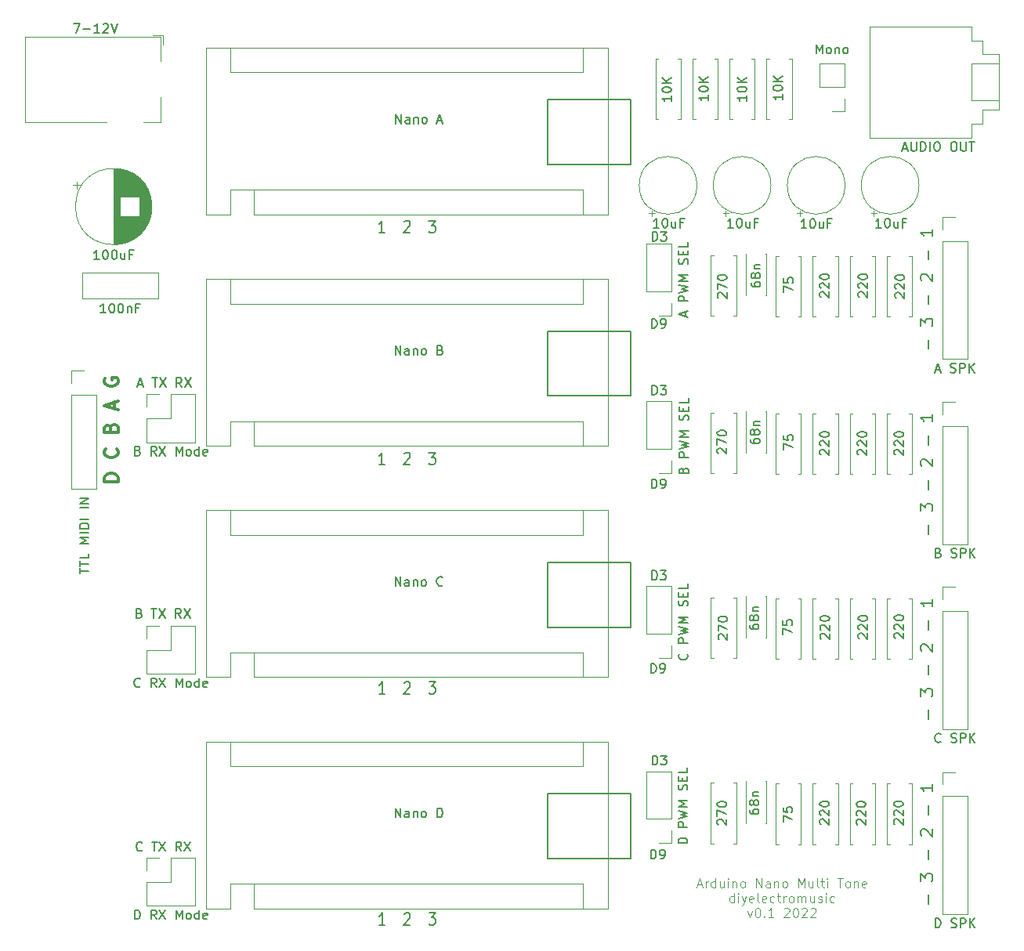
<source format=gbr>
%TF.GenerationSoftware,KiCad,Pcbnew,(6.0.5)*%
%TF.CreationDate,2022-10-27T12:03:09+01:00*%
%TF.ProjectId,NanoMultiTone,4e616e6f-4d75-46c7-9469-546f6e652e6b,rev?*%
%TF.SameCoordinates,Original*%
%TF.FileFunction,Legend,Top*%
%TF.FilePolarity,Positive*%
%FSLAX46Y46*%
G04 Gerber Fmt 4.6, Leading zero omitted, Abs format (unit mm)*
G04 Created by KiCad (PCBNEW (6.0.5)) date 2022-10-27 12:03:09*
%MOMM*%
%LPD*%
G01*
G04 APERTURE LIST*
%ADD10C,0.150000*%
%ADD11C,0.200000*%
%ADD12C,0.100000*%
%ADD13C,0.300000*%
%ADD14C,0.120000*%
G04 APERTURE END LIST*
D10*
X112000000Y-134000000D02*
X103000000Y-134000000D01*
X103000000Y-134000000D02*
X103000000Y-141000000D01*
X103000000Y-141000000D02*
X112000000Y-141000000D01*
X112000000Y-141000000D02*
X112000000Y-134000000D01*
X112000000Y-109000000D02*
X103000000Y-109000000D01*
X103000000Y-109000000D02*
X103000000Y-116000000D01*
X103000000Y-116000000D02*
X112000000Y-116000000D01*
X112000000Y-116000000D02*
X112000000Y-109000000D01*
X112000000Y-84000000D02*
X103000000Y-84000000D01*
X103000000Y-84000000D02*
X103000000Y-91000000D01*
X103000000Y-91000000D02*
X112000000Y-91000000D01*
X112000000Y-91000000D02*
X112000000Y-84000000D01*
X112000000Y-59000000D02*
X103000000Y-59000000D01*
X103000000Y-59000000D02*
X103000000Y-66000000D01*
X103000000Y-66000000D02*
X112000000Y-66000000D01*
X112000000Y-66000000D02*
X112000000Y-59000000D01*
X58866190Y-114498571D02*
X59009047Y-114546190D01*
X59056666Y-114593809D01*
X59104285Y-114689047D01*
X59104285Y-114831904D01*
X59056666Y-114927142D01*
X59009047Y-114974761D01*
X58913809Y-115022380D01*
X58532857Y-115022380D01*
X58532857Y-114022380D01*
X58866190Y-114022380D01*
X58961428Y-114070000D01*
X59009047Y-114117619D01*
X59056666Y-114212857D01*
X59056666Y-114308095D01*
X59009047Y-114403333D01*
X58961428Y-114450952D01*
X58866190Y-114498571D01*
X58532857Y-114498571D01*
X60151904Y-114022380D02*
X60723333Y-114022380D01*
X60437619Y-115022380D02*
X60437619Y-114022380D01*
X60961428Y-114022380D02*
X61628095Y-115022380D01*
X61628095Y-114022380D02*
X60961428Y-115022380D01*
X63342380Y-115022380D02*
X63009047Y-114546190D01*
X62770952Y-115022380D02*
X62770952Y-114022380D01*
X63151904Y-114022380D01*
X63247142Y-114070000D01*
X63294761Y-114117619D01*
X63342380Y-114212857D01*
X63342380Y-114355714D01*
X63294761Y-114450952D01*
X63247142Y-114498571D01*
X63151904Y-114546190D01*
X62770952Y-114546190D01*
X63675714Y-114022380D02*
X64342380Y-115022380D01*
X64342380Y-114022380D02*
X63675714Y-115022380D01*
D11*
X144092857Y-85938095D02*
X144092857Y-84947619D01*
X143288095Y-83461904D02*
X143288095Y-82657142D01*
X143783333Y-83090476D01*
X143783333Y-82904761D01*
X143845238Y-82780952D01*
X143907142Y-82719047D01*
X144030952Y-82657142D01*
X144340476Y-82657142D01*
X144464285Y-82719047D01*
X144526190Y-82780952D01*
X144588095Y-82904761D01*
X144588095Y-83276190D01*
X144526190Y-83400000D01*
X144464285Y-83461904D01*
X144092857Y-81109523D02*
X144092857Y-80119047D01*
X143411904Y-78571428D02*
X143350000Y-78509523D01*
X143288095Y-78385714D01*
X143288095Y-78076190D01*
X143350000Y-77952380D01*
X143411904Y-77890476D01*
X143535714Y-77828571D01*
X143659523Y-77828571D01*
X143845238Y-77890476D01*
X144588095Y-78633333D01*
X144588095Y-77828571D01*
X144092857Y-76280952D02*
X144092857Y-75290476D01*
X144588095Y-73000000D02*
X144588095Y-73742857D01*
X144588095Y-73371428D02*
X143288095Y-73371428D01*
X143473809Y-73495238D01*
X143597619Y-73619047D01*
X143659523Y-73742857D01*
D10*
X114281904Y-90892380D02*
X114281904Y-89892380D01*
X114520000Y-89892380D01*
X114662857Y-89940000D01*
X114758095Y-90035238D01*
X114805714Y-90130476D01*
X114853333Y-90320952D01*
X114853333Y-90463809D01*
X114805714Y-90654285D01*
X114758095Y-90749523D01*
X114662857Y-90844761D01*
X114520000Y-90892380D01*
X114281904Y-90892380D01*
X115186666Y-89892380D02*
X115805714Y-89892380D01*
X115472380Y-90273333D01*
X115615238Y-90273333D01*
X115710476Y-90320952D01*
X115758095Y-90368571D01*
X115805714Y-90463809D01*
X115805714Y-90701904D01*
X115758095Y-90797142D01*
X115710476Y-90844761D01*
X115615238Y-90892380D01*
X115329523Y-90892380D01*
X115234285Y-90844761D01*
X115186666Y-90797142D01*
X114301904Y-74262380D02*
X114301904Y-73262380D01*
X114540000Y-73262380D01*
X114682857Y-73310000D01*
X114778095Y-73405238D01*
X114825714Y-73500476D01*
X114873333Y-73690952D01*
X114873333Y-73833809D01*
X114825714Y-74024285D01*
X114778095Y-74119523D01*
X114682857Y-74214761D01*
X114540000Y-74262380D01*
X114301904Y-74262380D01*
X115206666Y-73262380D02*
X115825714Y-73262380D01*
X115492380Y-73643333D01*
X115635238Y-73643333D01*
X115730476Y-73690952D01*
X115778095Y-73738571D01*
X115825714Y-73833809D01*
X115825714Y-74071904D01*
X115778095Y-74167142D01*
X115730476Y-74214761D01*
X115635238Y-74262380D01*
X115349523Y-74262380D01*
X115254285Y-74214761D01*
X115206666Y-74167142D01*
D12*
X119157142Y-143846666D02*
X119633333Y-143846666D01*
X119061904Y-144132380D02*
X119395238Y-143132380D01*
X119728571Y-144132380D01*
X120061904Y-144132380D02*
X120061904Y-143465714D01*
X120061904Y-143656190D02*
X120109523Y-143560952D01*
X120157142Y-143513333D01*
X120252380Y-143465714D01*
X120347619Y-143465714D01*
X121109523Y-144132380D02*
X121109523Y-143132380D01*
X121109523Y-144084761D02*
X121014285Y-144132380D01*
X120823809Y-144132380D01*
X120728571Y-144084761D01*
X120680952Y-144037142D01*
X120633333Y-143941904D01*
X120633333Y-143656190D01*
X120680952Y-143560952D01*
X120728571Y-143513333D01*
X120823809Y-143465714D01*
X121014285Y-143465714D01*
X121109523Y-143513333D01*
X122014285Y-143465714D02*
X122014285Y-144132380D01*
X121585714Y-143465714D02*
X121585714Y-143989523D01*
X121633333Y-144084761D01*
X121728571Y-144132380D01*
X121871428Y-144132380D01*
X121966666Y-144084761D01*
X122014285Y-144037142D01*
X122490476Y-144132380D02*
X122490476Y-143465714D01*
X122490476Y-143132380D02*
X122442857Y-143180000D01*
X122490476Y-143227619D01*
X122538095Y-143180000D01*
X122490476Y-143132380D01*
X122490476Y-143227619D01*
X122966666Y-143465714D02*
X122966666Y-144132380D01*
X122966666Y-143560952D02*
X123014285Y-143513333D01*
X123109523Y-143465714D01*
X123252380Y-143465714D01*
X123347619Y-143513333D01*
X123395238Y-143608571D01*
X123395238Y-144132380D01*
X124014285Y-144132380D02*
X123919047Y-144084761D01*
X123871428Y-144037142D01*
X123823809Y-143941904D01*
X123823809Y-143656190D01*
X123871428Y-143560952D01*
X123919047Y-143513333D01*
X124014285Y-143465714D01*
X124157142Y-143465714D01*
X124252380Y-143513333D01*
X124300000Y-143560952D01*
X124347619Y-143656190D01*
X124347619Y-143941904D01*
X124300000Y-144037142D01*
X124252380Y-144084761D01*
X124157142Y-144132380D01*
X124014285Y-144132380D01*
X125538095Y-144132380D02*
X125538095Y-143132380D01*
X126109523Y-144132380D01*
X126109523Y-143132380D01*
X127014285Y-144132380D02*
X127014285Y-143608571D01*
X126966666Y-143513333D01*
X126871428Y-143465714D01*
X126680952Y-143465714D01*
X126585714Y-143513333D01*
X127014285Y-144084761D02*
X126919047Y-144132380D01*
X126680952Y-144132380D01*
X126585714Y-144084761D01*
X126538095Y-143989523D01*
X126538095Y-143894285D01*
X126585714Y-143799047D01*
X126680952Y-143751428D01*
X126919047Y-143751428D01*
X127014285Y-143703809D01*
X127490476Y-143465714D02*
X127490476Y-144132380D01*
X127490476Y-143560952D02*
X127538095Y-143513333D01*
X127633333Y-143465714D01*
X127776190Y-143465714D01*
X127871428Y-143513333D01*
X127919047Y-143608571D01*
X127919047Y-144132380D01*
X128538095Y-144132380D02*
X128442857Y-144084761D01*
X128395238Y-144037142D01*
X128347619Y-143941904D01*
X128347619Y-143656190D01*
X128395238Y-143560952D01*
X128442857Y-143513333D01*
X128538095Y-143465714D01*
X128680952Y-143465714D01*
X128776190Y-143513333D01*
X128823809Y-143560952D01*
X128871428Y-143656190D01*
X128871428Y-143941904D01*
X128823809Y-144037142D01*
X128776190Y-144084761D01*
X128680952Y-144132380D01*
X128538095Y-144132380D01*
X130061904Y-144132380D02*
X130061904Y-143132380D01*
X130395238Y-143846666D01*
X130728571Y-143132380D01*
X130728571Y-144132380D01*
X131633333Y-143465714D02*
X131633333Y-144132380D01*
X131204761Y-143465714D02*
X131204761Y-143989523D01*
X131252380Y-144084761D01*
X131347619Y-144132380D01*
X131490476Y-144132380D01*
X131585714Y-144084761D01*
X131633333Y-144037142D01*
X132252380Y-144132380D02*
X132157142Y-144084761D01*
X132109523Y-143989523D01*
X132109523Y-143132380D01*
X132490476Y-143465714D02*
X132871428Y-143465714D01*
X132633333Y-143132380D02*
X132633333Y-143989523D01*
X132680952Y-144084761D01*
X132776190Y-144132380D01*
X132871428Y-144132380D01*
X133204761Y-144132380D02*
X133204761Y-143465714D01*
X133204761Y-143132380D02*
X133157142Y-143180000D01*
X133204761Y-143227619D01*
X133252380Y-143180000D01*
X133204761Y-143132380D01*
X133204761Y-143227619D01*
X134300000Y-143132380D02*
X134871428Y-143132380D01*
X134585714Y-144132380D02*
X134585714Y-143132380D01*
X135347619Y-144132380D02*
X135252380Y-144084761D01*
X135204761Y-144037142D01*
X135157142Y-143941904D01*
X135157142Y-143656190D01*
X135204761Y-143560952D01*
X135252380Y-143513333D01*
X135347619Y-143465714D01*
X135490476Y-143465714D01*
X135585714Y-143513333D01*
X135633333Y-143560952D01*
X135680952Y-143656190D01*
X135680952Y-143941904D01*
X135633333Y-144037142D01*
X135585714Y-144084761D01*
X135490476Y-144132380D01*
X135347619Y-144132380D01*
X136109523Y-143465714D02*
X136109523Y-144132380D01*
X136109523Y-143560952D02*
X136157142Y-143513333D01*
X136252380Y-143465714D01*
X136395238Y-143465714D01*
X136490476Y-143513333D01*
X136538095Y-143608571D01*
X136538095Y-144132380D01*
X137395238Y-144084761D02*
X137300000Y-144132380D01*
X137109523Y-144132380D01*
X137014285Y-144084761D01*
X136966666Y-143989523D01*
X136966666Y-143608571D01*
X137014285Y-143513333D01*
X137109523Y-143465714D01*
X137300000Y-143465714D01*
X137395238Y-143513333D01*
X137442857Y-143608571D01*
X137442857Y-143703809D01*
X136966666Y-143799047D01*
X123109523Y-145742380D02*
X123109523Y-144742380D01*
X123109523Y-145694761D02*
X123014285Y-145742380D01*
X122823809Y-145742380D01*
X122728571Y-145694761D01*
X122680952Y-145647142D01*
X122633333Y-145551904D01*
X122633333Y-145266190D01*
X122680952Y-145170952D01*
X122728571Y-145123333D01*
X122823809Y-145075714D01*
X123014285Y-145075714D01*
X123109523Y-145123333D01*
X123585714Y-145742380D02*
X123585714Y-145075714D01*
X123585714Y-144742380D02*
X123538095Y-144790000D01*
X123585714Y-144837619D01*
X123633333Y-144790000D01*
X123585714Y-144742380D01*
X123585714Y-144837619D01*
X123966666Y-145075714D02*
X124204761Y-145742380D01*
X124442857Y-145075714D02*
X124204761Y-145742380D01*
X124109523Y-145980476D01*
X124061904Y-146028095D01*
X123966666Y-146075714D01*
X125204761Y-145694761D02*
X125109523Y-145742380D01*
X124919047Y-145742380D01*
X124823809Y-145694761D01*
X124776190Y-145599523D01*
X124776190Y-145218571D01*
X124823809Y-145123333D01*
X124919047Y-145075714D01*
X125109523Y-145075714D01*
X125204761Y-145123333D01*
X125252380Y-145218571D01*
X125252380Y-145313809D01*
X124776190Y-145409047D01*
X125823809Y-145742380D02*
X125728571Y-145694761D01*
X125680952Y-145599523D01*
X125680952Y-144742380D01*
X126585714Y-145694761D02*
X126490476Y-145742380D01*
X126300000Y-145742380D01*
X126204761Y-145694761D01*
X126157142Y-145599523D01*
X126157142Y-145218571D01*
X126204761Y-145123333D01*
X126300000Y-145075714D01*
X126490476Y-145075714D01*
X126585714Y-145123333D01*
X126633333Y-145218571D01*
X126633333Y-145313809D01*
X126157142Y-145409047D01*
X127490476Y-145694761D02*
X127395238Y-145742380D01*
X127204761Y-145742380D01*
X127109523Y-145694761D01*
X127061904Y-145647142D01*
X127014285Y-145551904D01*
X127014285Y-145266190D01*
X127061904Y-145170952D01*
X127109523Y-145123333D01*
X127204761Y-145075714D01*
X127395238Y-145075714D01*
X127490476Y-145123333D01*
X127776190Y-145075714D02*
X128157142Y-145075714D01*
X127919047Y-144742380D02*
X127919047Y-145599523D01*
X127966666Y-145694761D01*
X128061904Y-145742380D01*
X128157142Y-145742380D01*
X128490476Y-145742380D02*
X128490476Y-145075714D01*
X128490476Y-145266190D02*
X128538095Y-145170952D01*
X128585714Y-145123333D01*
X128680952Y-145075714D01*
X128776190Y-145075714D01*
X129252380Y-145742380D02*
X129157142Y-145694761D01*
X129109523Y-145647142D01*
X129061904Y-145551904D01*
X129061904Y-145266190D01*
X129109523Y-145170952D01*
X129157142Y-145123333D01*
X129252380Y-145075714D01*
X129395238Y-145075714D01*
X129490476Y-145123333D01*
X129538095Y-145170952D01*
X129585714Y-145266190D01*
X129585714Y-145551904D01*
X129538095Y-145647142D01*
X129490476Y-145694761D01*
X129395238Y-145742380D01*
X129252380Y-145742380D01*
X130014285Y-145742380D02*
X130014285Y-145075714D01*
X130014285Y-145170952D02*
X130061904Y-145123333D01*
X130157142Y-145075714D01*
X130300000Y-145075714D01*
X130395238Y-145123333D01*
X130442857Y-145218571D01*
X130442857Y-145742380D01*
X130442857Y-145218571D02*
X130490476Y-145123333D01*
X130585714Y-145075714D01*
X130728571Y-145075714D01*
X130823809Y-145123333D01*
X130871428Y-145218571D01*
X130871428Y-145742380D01*
X131776190Y-145075714D02*
X131776190Y-145742380D01*
X131347619Y-145075714D02*
X131347619Y-145599523D01*
X131395238Y-145694761D01*
X131490476Y-145742380D01*
X131633333Y-145742380D01*
X131728571Y-145694761D01*
X131776190Y-145647142D01*
X132204761Y-145694761D02*
X132300000Y-145742380D01*
X132490476Y-145742380D01*
X132585714Y-145694761D01*
X132633333Y-145599523D01*
X132633333Y-145551904D01*
X132585714Y-145456666D01*
X132490476Y-145409047D01*
X132347619Y-145409047D01*
X132252380Y-145361428D01*
X132204761Y-145266190D01*
X132204761Y-145218571D01*
X132252380Y-145123333D01*
X132347619Y-145075714D01*
X132490476Y-145075714D01*
X132585714Y-145123333D01*
X133061904Y-145742380D02*
X133061904Y-145075714D01*
X133061904Y-144742380D02*
X133014285Y-144790000D01*
X133061904Y-144837619D01*
X133109523Y-144790000D01*
X133061904Y-144742380D01*
X133061904Y-144837619D01*
X133966666Y-145694761D02*
X133871428Y-145742380D01*
X133680952Y-145742380D01*
X133585714Y-145694761D01*
X133538095Y-145647142D01*
X133490476Y-145551904D01*
X133490476Y-145266190D01*
X133538095Y-145170952D01*
X133585714Y-145123333D01*
X133680952Y-145075714D01*
X133871428Y-145075714D01*
X133966666Y-145123333D01*
X124585714Y-146685714D02*
X124823809Y-147352380D01*
X125061904Y-146685714D01*
X125633333Y-146352380D02*
X125728571Y-146352380D01*
X125823809Y-146400000D01*
X125871428Y-146447619D01*
X125919047Y-146542857D01*
X125966666Y-146733333D01*
X125966666Y-146971428D01*
X125919047Y-147161904D01*
X125871428Y-147257142D01*
X125823809Y-147304761D01*
X125728571Y-147352380D01*
X125633333Y-147352380D01*
X125538095Y-147304761D01*
X125490476Y-147257142D01*
X125442857Y-147161904D01*
X125395238Y-146971428D01*
X125395238Y-146733333D01*
X125442857Y-146542857D01*
X125490476Y-146447619D01*
X125538095Y-146400000D01*
X125633333Y-146352380D01*
X126395238Y-147257142D02*
X126442857Y-147304761D01*
X126395238Y-147352380D01*
X126347619Y-147304761D01*
X126395238Y-147257142D01*
X126395238Y-147352380D01*
X127395238Y-147352380D02*
X126823809Y-147352380D01*
X127109523Y-147352380D02*
X127109523Y-146352380D01*
X127014285Y-146495238D01*
X126919047Y-146590476D01*
X126823809Y-146638095D01*
X128538095Y-146447619D02*
X128585714Y-146400000D01*
X128680952Y-146352380D01*
X128919047Y-146352380D01*
X129014285Y-146400000D01*
X129061904Y-146447619D01*
X129109523Y-146542857D01*
X129109523Y-146638095D01*
X129061904Y-146780952D01*
X128490476Y-147352380D01*
X129109523Y-147352380D01*
X129728571Y-146352380D02*
X129823809Y-146352380D01*
X129919047Y-146400000D01*
X129966666Y-146447619D01*
X130014285Y-146542857D01*
X130061904Y-146733333D01*
X130061904Y-146971428D01*
X130014285Y-147161904D01*
X129966666Y-147257142D01*
X129919047Y-147304761D01*
X129823809Y-147352380D01*
X129728571Y-147352380D01*
X129633333Y-147304761D01*
X129585714Y-147257142D01*
X129538095Y-147161904D01*
X129490476Y-146971428D01*
X129490476Y-146733333D01*
X129538095Y-146542857D01*
X129585714Y-146447619D01*
X129633333Y-146400000D01*
X129728571Y-146352380D01*
X130442857Y-146447619D02*
X130490476Y-146400000D01*
X130585714Y-146352380D01*
X130823809Y-146352380D01*
X130919047Y-146400000D01*
X130966666Y-146447619D01*
X131014285Y-146542857D01*
X131014285Y-146638095D01*
X130966666Y-146780952D01*
X130395238Y-147352380D01*
X131014285Y-147352380D01*
X131395238Y-146447619D02*
X131442857Y-146400000D01*
X131538095Y-146352380D01*
X131776190Y-146352380D01*
X131871428Y-146400000D01*
X131919047Y-146447619D01*
X131966666Y-146542857D01*
X131966666Y-146638095D01*
X131919047Y-146780952D01*
X131347619Y-147352380D01*
X131966666Y-147352380D01*
D10*
X58716666Y-89776666D02*
X59192857Y-89776666D01*
X58621428Y-90062380D02*
X58954761Y-89062380D01*
X59288095Y-90062380D01*
X60240476Y-89062380D02*
X60811904Y-89062380D01*
X60526190Y-90062380D02*
X60526190Y-89062380D01*
X61050000Y-89062380D02*
X61716666Y-90062380D01*
X61716666Y-89062380D02*
X61050000Y-90062380D01*
X63430952Y-90062380D02*
X63097619Y-89586190D01*
X62859523Y-90062380D02*
X62859523Y-89062380D01*
X63240476Y-89062380D01*
X63335714Y-89110000D01*
X63383333Y-89157619D01*
X63430952Y-89252857D01*
X63430952Y-89395714D01*
X63383333Y-89490952D01*
X63335714Y-89538571D01*
X63240476Y-89586190D01*
X62859523Y-89586190D01*
X63764285Y-89062380D02*
X64430952Y-90062380D01*
X64430952Y-89062380D02*
X63764285Y-90062380D01*
X59164285Y-140107142D02*
X59116666Y-140154761D01*
X58973809Y-140202380D01*
X58878571Y-140202380D01*
X58735714Y-140154761D01*
X58640476Y-140059523D01*
X58592857Y-139964285D01*
X58545238Y-139773809D01*
X58545238Y-139630952D01*
X58592857Y-139440476D01*
X58640476Y-139345238D01*
X58735714Y-139250000D01*
X58878571Y-139202380D01*
X58973809Y-139202380D01*
X59116666Y-139250000D01*
X59164285Y-139297619D01*
X60211904Y-139202380D02*
X60783333Y-139202380D01*
X60497619Y-140202380D02*
X60497619Y-139202380D01*
X61021428Y-139202380D02*
X61688095Y-140202380D01*
X61688095Y-139202380D02*
X61021428Y-140202380D01*
X63402380Y-140202380D02*
X63069047Y-139726190D01*
X62830952Y-140202380D02*
X62830952Y-139202380D01*
X63211904Y-139202380D01*
X63307142Y-139250000D01*
X63354761Y-139297619D01*
X63402380Y-139392857D01*
X63402380Y-139535714D01*
X63354761Y-139630952D01*
X63307142Y-139678571D01*
X63211904Y-139726190D01*
X62830952Y-139726190D01*
X63735714Y-139202380D02*
X64402380Y-140202380D01*
X64402380Y-139202380D02*
X63735714Y-140202380D01*
D11*
X144092857Y-105938095D02*
X144092857Y-104947619D01*
X143288095Y-103461904D02*
X143288095Y-102657142D01*
X143783333Y-103090476D01*
X143783333Y-102904761D01*
X143845238Y-102780952D01*
X143907142Y-102719047D01*
X144030952Y-102657142D01*
X144340476Y-102657142D01*
X144464285Y-102719047D01*
X144526190Y-102780952D01*
X144588095Y-102904761D01*
X144588095Y-103276190D01*
X144526190Y-103400000D01*
X144464285Y-103461904D01*
X144092857Y-101109523D02*
X144092857Y-100119047D01*
X143411904Y-98571428D02*
X143350000Y-98509523D01*
X143288095Y-98385714D01*
X143288095Y-98076190D01*
X143350000Y-97952380D01*
X143411904Y-97890476D01*
X143535714Y-97828571D01*
X143659523Y-97828571D01*
X143845238Y-97890476D01*
X144588095Y-98633333D01*
X144588095Y-97828571D01*
X144092857Y-96280952D02*
X144092857Y-95290476D01*
X144588095Y-93000000D02*
X144588095Y-93742857D01*
X144588095Y-93371428D02*
X143288095Y-93371428D01*
X143473809Y-93495238D01*
X143597619Y-93619047D01*
X143659523Y-93742857D01*
D10*
X114121904Y-141042380D02*
X114121904Y-140042380D01*
X114360000Y-140042380D01*
X114502857Y-140090000D01*
X114598095Y-140185238D01*
X114645714Y-140280476D01*
X114693333Y-140470952D01*
X114693333Y-140613809D01*
X114645714Y-140804285D01*
X114598095Y-140899523D01*
X114502857Y-140994761D01*
X114360000Y-141042380D01*
X114121904Y-141042380D01*
X115169523Y-141042380D02*
X115360000Y-141042380D01*
X115455238Y-140994761D01*
X115502857Y-140947142D01*
X115598095Y-140804285D01*
X115645714Y-140613809D01*
X115645714Y-140232857D01*
X115598095Y-140137619D01*
X115550476Y-140090000D01*
X115455238Y-140042380D01*
X115264761Y-140042380D01*
X115169523Y-140090000D01*
X115121904Y-140137619D01*
X115074285Y-140232857D01*
X115074285Y-140470952D01*
X115121904Y-140566190D01*
X115169523Y-140613809D01*
X115264761Y-140661428D01*
X115455238Y-140661428D01*
X115550476Y-140613809D01*
X115598095Y-140566190D01*
X115645714Y-140470952D01*
X114151904Y-120942380D02*
X114151904Y-119942380D01*
X114390000Y-119942380D01*
X114532857Y-119990000D01*
X114628095Y-120085238D01*
X114675714Y-120180476D01*
X114723333Y-120370952D01*
X114723333Y-120513809D01*
X114675714Y-120704285D01*
X114628095Y-120799523D01*
X114532857Y-120894761D01*
X114390000Y-120942380D01*
X114151904Y-120942380D01*
X115199523Y-120942380D02*
X115390000Y-120942380D01*
X115485238Y-120894761D01*
X115532857Y-120847142D01*
X115628095Y-120704285D01*
X115675714Y-120513809D01*
X115675714Y-120132857D01*
X115628095Y-120037619D01*
X115580476Y-119990000D01*
X115485238Y-119942380D01*
X115294761Y-119942380D01*
X115199523Y-119990000D01*
X115151904Y-120037619D01*
X115104285Y-120132857D01*
X115104285Y-120370952D01*
X115151904Y-120466190D01*
X115199523Y-120513809D01*
X115294761Y-120561428D01*
X115485238Y-120561428D01*
X115580476Y-120513809D01*
X115628095Y-120466190D01*
X115675714Y-120370952D01*
X114231904Y-83672380D02*
X114231904Y-82672380D01*
X114470000Y-82672380D01*
X114612857Y-82720000D01*
X114708095Y-82815238D01*
X114755714Y-82910476D01*
X114803333Y-83100952D01*
X114803333Y-83243809D01*
X114755714Y-83434285D01*
X114708095Y-83529523D01*
X114612857Y-83624761D01*
X114470000Y-83672380D01*
X114231904Y-83672380D01*
X115279523Y-83672380D02*
X115470000Y-83672380D01*
X115565238Y-83624761D01*
X115612857Y-83577142D01*
X115708095Y-83434285D01*
X115755714Y-83243809D01*
X115755714Y-82862857D01*
X115708095Y-82767619D01*
X115660476Y-82720000D01*
X115565238Y-82672380D01*
X115374761Y-82672380D01*
X115279523Y-82720000D01*
X115231904Y-82767619D01*
X115184285Y-82862857D01*
X115184285Y-83100952D01*
X115231904Y-83196190D01*
X115279523Y-83243809D01*
X115374761Y-83291428D01*
X115565238Y-83291428D01*
X115660476Y-83243809D01*
X115708095Y-83196190D01*
X115755714Y-83100952D01*
D11*
X144092857Y-145938095D02*
X144092857Y-144947619D01*
X143288095Y-143461904D02*
X143288095Y-142657142D01*
X143783333Y-143090476D01*
X143783333Y-142904761D01*
X143845238Y-142780952D01*
X143907142Y-142719047D01*
X144030952Y-142657142D01*
X144340476Y-142657142D01*
X144464285Y-142719047D01*
X144526190Y-142780952D01*
X144588095Y-142904761D01*
X144588095Y-143276190D01*
X144526190Y-143400000D01*
X144464285Y-143461904D01*
X144092857Y-141109523D02*
X144092857Y-140119047D01*
X143411904Y-138571428D02*
X143350000Y-138509523D01*
X143288095Y-138385714D01*
X143288095Y-138076190D01*
X143350000Y-137952380D01*
X143411904Y-137890476D01*
X143535714Y-137828571D01*
X143659523Y-137828571D01*
X143845238Y-137890476D01*
X144588095Y-138633333D01*
X144588095Y-137828571D01*
X144092857Y-136280952D02*
X144092857Y-135290476D01*
X144588095Y-133000000D02*
X144588095Y-133742857D01*
X144588095Y-133371428D02*
X143288095Y-133371428D01*
X143473809Y-133495238D01*
X143597619Y-133619047D01*
X143659523Y-133742857D01*
X85390476Y-98428095D02*
X84761904Y-98428095D01*
X85076190Y-98428095D02*
X85076190Y-97128095D01*
X84971428Y-97313809D01*
X84866666Y-97437619D01*
X84761904Y-97499523D01*
X87485714Y-97251904D02*
X87538095Y-97190000D01*
X87642857Y-97128095D01*
X87904761Y-97128095D01*
X88009523Y-97190000D01*
X88061904Y-97251904D01*
X88114285Y-97375714D01*
X88114285Y-97499523D01*
X88061904Y-97685238D01*
X87433333Y-98428095D01*
X88114285Y-98428095D01*
X90157142Y-97128095D02*
X90838095Y-97128095D01*
X90471428Y-97623333D01*
X90628571Y-97623333D01*
X90733333Y-97685238D01*
X90785714Y-97747142D01*
X90838095Y-97870952D01*
X90838095Y-98180476D01*
X90785714Y-98304285D01*
X90733333Y-98366190D01*
X90628571Y-98428095D01*
X90314285Y-98428095D01*
X90209523Y-98366190D01*
X90157142Y-98304285D01*
D10*
X114211904Y-101002380D02*
X114211904Y-100002380D01*
X114450000Y-100002380D01*
X114592857Y-100050000D01*
X114688095Y-100145238D01*
X114735714Y-100240476D01*
X114783333Y-100430952D01*
X114783333Y-100573809D01*
X114735714Y-100764285D01*
X114688095Y-100859523D01*
X114592857Y-100954761D01*
X114450000Y-101002380D01*
X114211904Y-101002380D01*
X115259523Y-101002380D02*
X115450000Y-101002380D01*
X115545238Y-100954761D01*
X115592857Y-100907142D01*
X115688095Y-100764285D01*
X115735714Y-100573809D01*
X115735714Y-100192857D01*
X115688095Y-100097619D01*
X115640476Y-100050000D01*
X115545238Y-100002380D01*
X115354761Y-100002380D01*
X115259523Y-100050000D01*
X115211904Y-100097619D01*
X115164285Y-100192857D01*
X115164285Y-100430952D01*
X115211904Y-100526190D01*
X115259523Y-100573809D01*
X115354761Y-100621428D01*
X115545238Y-100621428D01*
X115640476Y-100573809D01*
X115688095Y-100526190D01*
X115735714Y-100430952D01*
D11*
X85400476Y-123208095D02*
X84771904Y-123208095D01*
X85086190Y-123208095D02*
X85086190Y-121908095D01*
X84981428Y-122093809D01*
X84876666Y-122217619D01*
X84771904Y-122279523D01*
X87495714Y-122031904D02*
X87548095Y-121970000D01*
X87652857Y-121908095D01*
X87914761Y-121908095D01*
X88019523Y-121970000D01*
X88071904Y-122031904D01*
X88124285Y-122155714D01*
X88124285Y-122279523D01*
X88071904Y-122465238D01*
X87443333Y-123208095D01*
X88124285Y-123208095D01*
X90167142Y-121908095D02*
X90848095Y-121908095D01*
X90481428Y-122403333D01*
X90638571Y-122403333D01*
X90743333Y-122465238D01*
X90795714Y-122527142D01*
X90848095Y-122650952D01*
X90848095Y-122960476D01*
X90795714Y-123084285D01*
X90743333Y-123146190D01*
X90638571Y-123208095D01*
X90324285Y-123208095D01*
X90219523Y-123146190D01*
X90167142Y-123084285D01*
D13*
X56568571Y-100251428D02*
X55068571Y-100251428D01*
X55068571Y-99894285D01*
X55140000Y-99680000D01*
X55282857Y-99537142D01*
X55425714Y-99465714D01*
X55711428Y-99394285D01*
X55925714Y-99394285D01*
X56211428Y-99465714D01*
X56354285Y-99537142D01*
X56497142Y-99680000D01*
X56568571Y-99894285D01*
X56568571Y-100251428D01*
X56425714Y-96751428D02*
X56497142Y-96822857D01*
X56568571Y-97037142D01*
X56568571Y-97180000D01*
X56497142Y-97394285D01*
X56354285Y-97537142D01*
X56211428Y-97608571D01*
X55925714Y-97680000D01*
X55711428Y-97680000D01*
X55425714Y-97608571D01*
X55282857Y-97537142D01*
X55140000Y-97394285D01*
X55068571Y-97180000D01*
X55068571Y-97037142D01*
X55140000Y-96822857D01*
X55211428Y-96751428D01*
X55782857Y-94465714D02*
X55854285Y-94251428D01*
X55925714Y-94180000D01*
X56068571Y-94108571D01*
X56282857Y-94108571D01*
X56425714Y-94180000D01*
X56497142Y-94251428D01*
X56568571Y-94394285D01*
X56568571Y-94965714D01*
X55068571Y-94965714D01*
X55068571Y-94465714D01*
X55140000Y-94322857D01*
X55211428Y-94251428D01*
X55354285Y-94180000D01*
X55497142Y-94180000D01*
X55640000Y-94251428D01*
X55711428Y-94322857D01*
X55782857Y-94465714D01*
X55782857Y-94965714D01*
X56140000Y-92394285D02*
X56140000Y-91680000D01*
X56568571Y-92537142D02*
X55068571Y-92037142D01*
X56568571Y-91537142D01*
X55140000Y-89108571D02*
X55068571Y-89251428D01*
X55068571Y-89465714D01*
X55140000Y-89680000D01*
X55282857Y-89822857D01*
X55425714Y-89894285D01*
X55711428Y-89965714D01*
X55925714Y-89965714D01*
X56211428Y-89894285D01*
X56354285Y-89822857D01*
X56497142Y-89680000D01*
X56568571Y-89465714D01*
X56568571Y-89322857D01*
X56497142Y-89108571D01*
X56425714Y-89037142D01*
X55925714Y-89037142D01*
X55925714Y-89322857D01*
D10*
X114291904Y-130892380D02*
X114291904Y-129892380D01*
X114530000Y-129892380D01*
X114672857Y-129940000D01*
X114768095Y-130035238D01*
X114815714Y-130130476D01*
X114863333Y-130320952D01*
X114863333Y-130463809D01*
X114815714Y-130654285D01*
X114768095Y-130749523D01*
X114672857Y-130844761D01*
X114530000Y-130892380D01*
X114291904Y-130892380D01*
X115196666Y-129892380D02*
X115815714Y-129892380D01*
X115482380Y-130273333D01*
X115625238Y-130273333D01*
X115720476Y-130320952D01*
X115768095Y-130368571D01*
X115815714Y-130463809D01*
X115815714Y-130701904D01*
X115768095Y-130797142D01*
X115720476Y-130844761D01*
X115625238Y-130892380D01*
X115339523Y-130892380D01*
X115244285Y-130844761D01*
X115196666Y-130797142D01*
X114251904Y-110892380D02*
X114251904Y-109892380D01*
X114490000Y-109892380D01*
X114632857Y-109940000D01*
X114728095Y-110035238D01*
X114775714Y-110130476D01*
X114823333Y-110320952D01*
X114823333Y-110463809D01*
X114775714Y-110654285D01*
X114728095Y-110749523D01*
X114632857Y-110844761D01*
X114490000Y-110892380D01*
X114251904Y-110892380D01*
X115156666Y-109892380D02*
X115775714Y-109892380D01*
X115442380Y-110273333D01*
X115585238Y-110273333D01*
X115680476Y-110320952D01*
X115728095Y-110368571D01*
X115775714Y-110463809D01*
X115775714Y-110701904D01*
X115728095Y-110797142D01*
X115680476Y-110844761D01*
X115585238Y-110892380D01*
X115299523Y-110892380D01*
X115204285Y-110844761D01*
X115156666Y-110797142D01*
D11*
X85390476Y-73368095D02*
X84761904Y-73368095D01*
X85076190Y-73368095D02*
X85076190Y-72068095D01*
X84971428Y-72253809D01*
X84866666Y-72377619D01*
X84761904Y-72439523D01*
X87485714Y-72191904D02*
X87538095Y-72130000D01*
X87642857Y-72068095D01*
X87904761Y-72068095D01*
X88009523Y-72130000D01*
X88061904Y-72191904D01*
X88114285Y-72315714D01*
X88114285Y-72439523D01*
X88061904Y-72625238D01*
X87433333Y-73368095D01*
X88114285Y-73368095D01*
X90157142Y-72068095D02*
X90838095Y-72068095D01*
X90471428Y-72563333D01*
X90628571Y-72563333D01*
X90733333Y-72625238D01*
X90785714Y-72687142D01*
X90838095Y-72810952D01*
X90838095Y-73120476D01*
X90785714Y-73244285D01*
X90733333Y-73306190D01*
X90628571Y-73368095D01*
X90314285Y-73368095D01*
X90209523Y-73306190D01*
X90157142Y-73244285D01*
X144092857Y-125938095D02*
X144092857Y-124947619D01*
X143288095Y-123461904D02*
X143288095Y-122657142D01*
X143783333Y-123090476D01*
X143783333Y-122904761D01*
X143845238Y-122780952D01*
X143907142Y-122719047D01*
X144030952Y-122657142D01*
X144340476Y-122657142D01*
X144464285Y-122719047D01*
X144526190Y-122780952D01*
X144588095Y-122904761D01*
X144588095Y-123276190D01*
X144526190Y-123400000D01*
X144464285Y-123461904D01*
X144092857Y-121109523D02*
X144092857Y-120119047D01*
X143411904Y-118571428D02*
X143350000Y-118509523D01*
X143288095Y-118385714D01*
X143288095Y-118076190D01*
X143350000Y-117952380D01*
X143411904Y-117890476D01*
X143535714Y-117828571D01*
X143659523Y-117828571D01*
X143845238Y-117890476D01*
X144588095Y-118633333D01*
X144588095Y-117828571D01*
X144092857Y-116280952D02*
X144092857Y-115290476D01*
X144588095Y-113000000D02*
X144588095Y-113742857D01*
X144588095Y-113371428D02*
X143288095Y-113371428D01*
X143473809Y-113495238D01*
X143597619Y-113619047D01*
X143659523Y-113742857D01*
X85400476Y-148198095D02*
X84771904Y-148198095D01*
X85086190Y-148198095D02*
X85086190Y-146898095D01*
X84981428Y-147083809D01*
X84876666Y-147207619D01*
X84771904Y-147269523D01*
X87495714Y-147021904D02*
X87548095Y-146960000D01*
X87652857Y-146898095D01*
X87914761Y-146898095D01*
X88019523Y-146960000D01*
X88071904Y-147021904D01*
X88124285Y-147145714D01*
X88124285Y-147269523D01*
X88071904Y-147455238D01*
X87443333Y-148198095D01*
X88124285Y-148198095D01*
X90167142Y-146898095D02*
X90848095Y-146898095D01*
X90481428Y-147393333D01*
X90638571Y-147393333D01*
X90743333Y-147455238D01*
X90795714Y-147517142D01*
X90848095Y-147640952D01*
X90848095Y-147950476D01*
X90795714Y-148074285D01*
X90743333Y-148136190D01*
X90638571Y-148198095D01*
X90324285Y-148198095D01*
X90219523Y-148136190D01*
X90167142Y-148074285D01*
D10*
%TO.C,R17*%
X128512380Y-79799523D02*
X128512380Y-79132857D01*
X129512380Y-79561428D01*
X128512380Y-78275714D02*
X128512380Y-78751904D01*
X128988571Y-78799523D01*
X128940952Y-78751904D01*
X128893333Y-78656666D01*
X128893333Y-78418571D01*
X128940952Y-78323333D01*
X128988571Y-78275714D01*
X129083809Y-78228095D01*
X129321904Y-78228095D01*
X129417142Y-78275714D01*
X129464761Y-78323333D01*
X129512380Y-78418571D01*
X129512380Y-78656666D01*
X129464761Y-78751904D01*
X129417142Y-78799523D01*
%TO.C,R9*%
X132537619Y-117268095D02*
X132490000Y-117220476D01*
X132442380Y-117125238D01*
X132442380Y-116887142D01*
X132490000Y-116791904D01*
X132537619Y-116744285D01*
X132632857Y-116696666D01*
X132728095Y-116696666D01*
X132870952Y-116744285D01*
X133442380Y-117315714D01*
X133442380Y-116696666D01*
X132537619Y-116315714D02*
X132490000Y-116268095D01*
X132442380Y-116172857D01*
X132442380Y-115934761D01*
X132490000Y-115839523D01*
X132537619Y-115791904D01*
X132632857Y-115744285D01*
X132728095Y-115744285D01*
X132870952Y-115791904D01*
X133442380Y-116363333D01*
X133442380Y-115744285D01*
X132442380Y-115125238D02*
X132442380Y-115030000D01*
X132490000Y-114934761D01*
X132537619Y-114887142D01*
X132632857Y-114839523D01*
X132823333Y-114791904D01*
X133061428Y-114791904D01*
X133251904Y-114839523D01*
X133347142Y-114887142D01*
X133394761Y-114934761D01*
X133442380Y-115030000D01*
X133442380Y-115125238D01*
X133394761Y-115220476D01*
X133347142Y-115268095D01*
X133251904Y-115315714D01*
X133061428Y-115363333D01*
X132823333Y-115363333D01*
X132632857Y-115315714D01*
X132537619Y-115268095D01*
X132490000Y-115220476D01*
X132442380Y-115125238D01*
%TO.C,J6*%
X144904761Y-88196666D02*
X145380952Y-88196666D01*
X144809523Y-88482380D02*
X145142857Y-87482380D01*
X145476190Y-88482380D01*
X146523809Y-88434761D02*
X146666666Y-88482380D01*
X146904761Y-88482380D01*
X147000000Y-88434761D01*
X147047619Y-88387142D01*
X147095238Y-88291904D01*
X147095238Y-88196666D01*
X147047619Y-88101428D01*
X147000000Y-88053809D01*
X146904761Y-88006190D01*
X146714285Y-87958571D01*
X146619047Y-87910952D01*
X146571428Y-87863333D01*
X146523809Y-87768095D01*
X146523809Y-87672857D01*
X146571428Y-87577619D01*
X146619047Y-87530000D01*
X146714285Y-87482380D01*
X146952380Y-87482380D01*
X147095238Y-87530000D01*
X147523809Y-88482380D02*
X147523809Y-87482380D01*
X147904761Y-87482380D01*
X148000000Y-87530000D01*
X148047619Y-87577619D01*
X148095238Y-87672857D01*
X148095238Y-87815714D01*
X148047619Y-87910952D01*
X148000000Y-87958571D01*
X147904761Y-88006190D01*
X147523809Y-88006190D01*
X148523809Y-88482380D02*
X148523809Y-87482380D01*
X149095238Y-88482380D02*
X148666666Y-87910952D01*
X149095238Y-87482380D02*
X148523809Y-88053809D01*
%TO.C,R2*%
X136647619Y-80318095D02*
X136600000Y-80270476D01*
X136552380Y-80175238D01*
X136552380Y-79937142D01*
X136600000Y-79841904D01*
X136647619Y-79794285D01*
X136742857Y-79746666D01*
X136838095Y-79746666D01*
X136980952Y-79794285D01*
X137552380Y-80365714D01*
X137552380Y-79746666D01*
X136647619Y-79365714D02*
X136600000Y-79318095D01*
X136552380Y-79222857D01*
X136552380Y-78984761D01*
X136600000Y-78889523D01*
X136647619Y-78841904D01*
X136742857Y-78794285D01*
X136838095Y-78794285D01*
X136980952Y-78841904D01*
X137552380Y-79413333D01*
X137552380Y-78794285D01*
X136552380Y-78175238D02*
X136552380Y-78080000D01*
X136600000Y-77984761D01*
X136647619Y-77937142D01*
X136742857Y-77889523D01*
X136933333Y-77841904D01*
X137171428Y-77841904D01*
X137361904Y-77889523D01*
X137457142Y-77937142D01*
X137504761Y-77984761D01*
X137552380Y-78080000D01*
X137552380Y-78175238D01*
X137504761Y-78270476D01*
X137457142Y-78318095D01*
X137361904Y-78365714D01*
X137171428Y-78413333D01*
X136933333Y-78413333D01*
X136742857Y-78365714D01*
X136647619Y-78318095D01*
X136600000Y-78270476D01*
X136552380Y-78175238D01*
%TO.C,R11*%
X136437619Y-137338095D02*
X136390000Y-137290476D01*
X136342380Y-137195238D01*
X136342380Y-136957142D01*
X136390000Y-136861904D01*
X136437619Y-136814285D01*
X136532857Y-136766666D01*
X136628095Y-136766666D01*
X136770952Y-136814285D01*
X137342380Y-137385714D01*
X137342380Y-136766666D01*
X136437619Y-136385714D02*
X136390000Y-136338095D01*
X136342380Y-136242857D01*
X136342380Y-136004761D01*
X136390000Y-135909523D01*
X136437619Y-135861904D01*
X136532857Y-135814285D01*
X136628095Y-135814285D01*
X136770952Y-135861904D01*
X137342380Y-136433333D01*
X137342380Y-135814285D01*
X136342380Y-135195238D02*
X136342380Y-135100000D01*
X136390000Y-135004761D01*
X136437619Y-134957142D01*
X136532857Y-134909523D01*
X136723333Y-134861904D01*
X136961428Y-134861904D01*
X137151904Y-134909523D01*
X137247142Y-134957142D01*
X137294761Y-135004761D01*
X137342380Y-135100000D01*
X137342380Y-135195238D01*
X137294761Y-135290476D01*
X137247142Y-135338095D01*
X137151904Y-135385714D01*
X136961428Y-135433333D01*
X136723333Y-135433333D01*
X136532857Y-135385714D01*
X136437619Y-135338095D01*
X136390000Y-135290476D01*
X136342380Y-135195238D01*
%TO.C,R4*%
X140537619Y-97348095D02*
X140490000Y-97300476D01*
X140442380Y-97205238D01*
X140442380Y-96967142D01*
X140490000Y-96871904D01*
X140537619Y-96824285D01*
X140632857Y-96776666D01*
X140728095Y-96776666D01*
X140870952Y-96824285D01*
X141442380Y-97395714D01*
X141442380Y-96776666D01*
X140537619Y-96395714D02*
X140490000Y-96348095D01*
X140442380Y-96252857D01*
X140442380Y-96014761D01*
X140490000Y-95919523D01*
X140537619Y-95871904D01*
X140632857Y-95824285D01*
X140728095Y-95824285D01*
X140870952Y-95871904D01*
X141442380Y-96443333D01*
X141442380Y-95824285D01*
X140442380Y-95205238D02*
X140442380Y-95110000D01*
X140490000Y-95014761D01*
X140537619Y-94967142D01*
X140632857Y-94919523D01*
X140823333Y-94871904D01*
X141061428Y-94871904D01*
X141251904Y-94919523D01*
X141347142Y-94967142D01*
X141394761Y-95014761D01*
X141442380Y-95110000D01*
X141442380Y-95205238D01*
X141394761Y-95300476D01*
X141347142Y-95348095D01*
X141251904Y-95395714D01*
X141061428Y-95443333D01*
X140823333Y-95443333D01*
X140632857Y-95395714D01*
X140537619Y-95348095D01*
X140490000Y-95300476D01*
X140442380Y-95205238D01*
%TO.C,J2*%
X51766666Y-50764880D02*
X52433333Y-50764880D01*
X52004761Y-51764880D01*
X52814285Y-51383928D02*
X53576190Y-51383928D01*
X54576190Y-51764880D02*
X54004761Y-51764880D01*
X54290476Y-51764880D02*
X54290476Y-50764880D01*
X54195238Y-50907738D01*
X54100000Y-51002976D01*
X54004761Y-51050595D01*
X54957142Y-50860119D02*
X55004761Y-50812500D01*
X55100000Y-50764880D01*
X55338095Y-50764880D01*
X55433333Y-50812500D01*
X55480952Y-50860119D01*
X55528571Y-50955357D01*
X55528571Y-51050595D01*
X55480952Y-51193452D01*
X54909523Y-51764880D01*
X55528571Y-51764880D01*
X55814285Y-50764880D02*
X56147619Y-51764880D01*
X56480952Y-50764880D01*
%TO.C,R7*%
X140537619Y-117188095D02*
X140490000Y-117140476D01*
X140442380Y-117045238D01*
X140442380Y-116807142D01*
X140490000Y-116711904D01*
X140537619Y-116664285D01*
X140632857Y-116616666D01*
X140728095Y-116616666D01*
X140870952Y-116664285D01*
X141442380Y-117235714D01*
X141442380Y-116616666D01*
X140537619Y-116235714D02*
X140490000Y-116188095D01*
X140442380Y-116092857D01*
X140442380Y-115854761D01*
X140490000Y-115759523D01*
X140537619Y-115711904D01*
X140632857Y-115664285D01*
X140728095Y-115664285D01*
X140870952Y-115711904D01*
X141442380Y-116283333D01*
X141442380Y-115664285D01*
X140442380Y-115045238D02*
X140442380Y-114950000D01*
X140490000Y-114854761D01*
X140537619Y-114807142D01*
X140632857Y-114759523D01*
X140823333Y-114711904D01*
X141061428Y-114711904D01*
X141251904Y-114759523D01*
X141347142Y-114807142D01*
X141394761Y-114854761D01*
X141442380Y-114950000D01*
X141442380Y-115045238D01*
X141394761Y-115140476D01*
X141347142Y-115188095D01*
X141251904Y-115235714D01*
X141061428Y-115283333D01*
X140823333Y-115283333D01*
X140632857Y-115235714D01*
X140537619Y-115188095D01*
X140490000Y-115140476D01*
X140442380Y-115045238D01*
%TO.C,R1*%
X140627619Y-80398095D02*
X140580000Y-80350476D01*
X140532380Y-80255238D01*
X140532380Y-80017142D01*
X140580000Y-79921904D01*
X140627619Y-79874285D01*
X140722857Y-79826666D01*
X140818095Y-79826666D01*
X140960952Y-79874285D01*
X141532380Y-80445714D01*
X141532380Y-79826666D01*
X140627619Y-79445714D02*
X140580000Y-79398095D01*
X140532380Y-79302857D01*
X140532380Y-79064761D01*
X140580000Y-78969523D01*
X140627619Y-78921904D01*
X140722857Y-78874285D01*
X140818095Y-78874285D01*
X140960952Y-78921904D01*
X141532380Y-79493333D01*
X141532380Y-78874285D01*
X140532380Y-78255238D02*
X140532380Y-78160000D01*
X140580000Y-78064761D01*
X140627619Y-78017142D01*
X140722857Y-77969523D01*
X140913333Y-77921904D01*
X141151428Y-77921904D01*
X141341904Y-77969523D01*
X141437142Y-78017142D01*
X141484761Y-78064761D01*
X141532380Y-78160000D01*
X141532380Y-78255238D01*
X141484761Y-78350476D01*
X141437142Y-78398095D01*
X141341904Y-78445714D01*
X141151428Y-78493333D01*
X140913333Y-78493333D01*
X140722857Y-78445714D01*
X140627619Y-78398095D01*
X140580000Y-78350476D01*
X140532380Y-78255238D01*
%TO.C,R13*%
X121447619Y-80398095D02*
X121400000Y-80350476D01*
X121352380Y-80255238D01*
X121352380Y-80017142D01*
X121400000Y-79921904D01*
X121447619Y-79874285D01*
X121542857Y-79826666D01*
X121638095Y-79826666D01*
X121780952Y-79874285D01*
X122352380Y-80445714D01*
X122352380Y-79826666D01*
X121352380Y-79493333D02*
X121352380Y-78826666D01*
X122352380Y-79255238D01*
X121352380Y-78255238D02*
X121352380Y-78160000D01*
X121400000Y-78064761D01*
X121447619Y-78017142D01*
X121542857Y-77969523D01*
X121733333Y-77921904D01*
X121971428Y-77921904D01*
X122161904Y-77969523D01*
X122257142Y-78017142D01*
X122304761Y-78064761D01*
X122352380Y-78160000D01*
X122352380Y-78255238D01*
X122304761Y-78350476D01*
X122257142Y-78398095D01*
X122161904Y-78445714D01*
X121971428Y-78493333D01*
X121733333Y-78493333D01*
X121542857Y-78445714D01*
X121447619Y-78398095D01*
X121400000Y-78350476D01*
X121352380Y-78255238D01*
%TO.C,R12*%
X132497619Y-137298095D02*
X132450000Y-137250476D01*
X132402380Y-137155238D01*
X132402380Y-136917142D01*
X132450000Y-136821904D01*
X132497619Y-136774285D01*
X132592857Y-136726666D01*
X132688095Y-136726666D01*
X132830952Y-136774285D01*
X133402380Y-137345714D01*
X133402380Y-136726666D01*
X132497619Y-136345714D02*
X132450000Y-136298095D01*
X132402380Y-136202857D01*
X132402380Y-135964761D01*
X132450000Y-135869523D01*
X132497619Y-135821904D01*
X132592857Y-135774285D01*
X132688095Y-135774285D01*
X132830952Y-135821904D01*
X133402380Y-136393333D01*
X133402380Y-135774285D01*
X132402380Y-135155238D02*
X132402380Y-135060000D01*
X132450000Y-134964761D01*
X132497619Y-134917142D01*
X132592857Y-134869523D01*
X132783333Y-134821904D01*
X133021428Y-134821904D01*
X133211904Y-134869523D01*
X133307142Y-134917142D01*
X133354761Y-134964761D01*
X133402380Y-135060000D01*
X133402380Y-135155238D01*
X133354761Y-135250476D01*
X133307142Y-135298095D01*
X133211904Y-135345714D01*
X133021428Y-135393333D01*
X132783333Y-135393333D01*
X132592857Y-135345714D01*
X132497619Y-135298095D01*
X132450000Y-135250476D01*
X132402380Y-135155238D01*
%TO.C,J3*%
X58698571Y-96943571D02*
X58841428Y-96991190D01*
X58889047Y-97038809D01*
X58936666Y-97134047D01*
X58936666Y-97276904D01*
X58889047Y-97372142D01*
X58841428Y-97419761D01*
X58746190Y-97467380D01*
X58365238Y-97467380D01*
X58365238Y-96467380D01*
X58698571Y-96467380D01*
X58793809Y-96515000D01*
X58841428Y-96562619D01*
X58889047Y-96657857D01*
X58889047Y-96753095D01*
X58841428Y-96848333D01*
X58793809Y-96895952D01*
X58698571Y-96943571D01*
X58365238Y-96943571D01*
X60698571Y-97467380D02*
X60365238Y-96991190D01*
X60127142Y-97467380D02*
X60127142Y-96467380D01*
X60508095Y-96467380D01*
X60603333Y-96515000D01*
X60650952Y-96562619D01*
X60698571Y-96657857D01*
X60698571Y-96800714D01*
X60650952Y-96895952D01*
X60603333Y-96943571D01*
X60508095Y-96991190D01*
X60127142Y-96991190D01*
X61031904Y-96467380D02*
X61698571Y-97467380D01*
X61698571Y-96467380D02*
X61031904Y-97467380D01*
X62841428Y-97467380D02*
X62841428Y-96467380D01*
X63174761Y-97181666D01*
X63508095Y-96467380D01*
X63508095Y-97467380D01*
X64127142Y-97467380D02*
X64031904Y-97419761D01*
X63984285Y-97372142D01*
X63936666Y-97276904D01*
X63936666Y-96991190D01*
X63984285Y-96895952D01*
X64031904Y-96848333D01*
X64127142Y-96800714D01*
X64270000Y-96800714D01*
X64365238Y-96848333D01*
X64412857Y-96895952D01*
X64460476Y-96991190D01*
X64460476Y-97276904D01*
X64412857Y-97372142D01*
X64365238Y-97419761D01*
X64270000Y-97467380D01*
X64127142Y-97467380D01*
X65317619Y-97467380D02*
X65317619Y-96467380D01*
X65317619Y-97419761D02*
X65222380Y-97467380D01*
X65031904Y-97467380D01*
X64936666Y-97419761D01*
X64889047Y-97372142D01*
X64841428Y-97276904D01*
X64841428Y-96991190D01*
X64889047Y-96895952D01*
X64936666Y-96848333D01*
X65031904Y-96800714D01*
X65222380Y-96800714D01*
X65317619Y-96848333D01*
X66174761Y-97419761D02*
X66079523Y-97467380D01*
X65889047Y-97467380D01*
X65793809Y-97419761D01*
X65746190Y-97324523D01*
X65746190Y-96943571D01*
X65793809Y-96848333D01*
X65889047Y-96800714D01*
X66079523Y-96800714D01*
X66174761Y-96848333D01*
X66222380Y-96943571D01*
X66222380Y-97038809D01*
X65746190Y-97134047D01*
%TO.C,J11*%
X117668571Y-99056666D02*
X117716190Y-98913809D01*
X117763809Y-98866190D01*
X117859047Y-98818571D01*
X118001904Y-98818571D01*
X118097142Y-98866190D01*
X118144761Y-98913809D01*
X118192380Y-99009047D01*
X118192380Y-99390000D01*
X117192380Y-99390000D01*
X117192380Y-99056666D01*
X117240000Y-98961428D01*
X117287619Y-98913809D01*
X117382857Y-98866190D01*
X117478095Y-98866190D01*
X117573333Y-98913809D01*
X117620952Y-98961428D01*
X117668571Y-99056666D01*
X117668571Y-99390000D01*
X118192380Y-97628095D02*
X117192380Y-97628095D01*
X117192380Y-97247142D01*
X117240000Y-97151904D01*
X117287619Y-97104285D01*
X117382857Y-97056666D01*
X117525714Y-97056666D01*
X117620952Y-97104285D01*
X117668571Y-97151904D01*
X117716190Y-97247142D01*
X117716190Y-97628095D01*
X117192380Y-96723333D02*
X118192380Y-96485238D01*
X117478095Y-96294761D01*
X118192380Y-96104285D01*
X117192380Y-95866190D01*
X118192380Y-95485238D02*
X117192380Y-95485238D01*
X117906666Y-95151904D01*
X117192380Y-94818571D01*
X118192380Y-94818571D01*
X118144761Y-93628095D02*
X118192380Y-93485238D01*
X118192380Y-93247142D01*
X118144761Y-93151904D01*
X118097142Y-93104285D01*
X118001904Y-93056666D01*
X117906666Y-93056666D01*
X117811428Y-93104285D01*
X117763809Y-93151904D01*
X117716190Y-93247142D01*
X117668571Y-93437619D01*
X117620952Y-93532857D01*
X117573333Y-93580476D01*
X117478095Y-93628095D01*
X117382857Y-93628095D01*
X117287619Y-93580476D01*
X117240000Y-93532857D01*
X117192380Y-93437619D01*
X117192380Y-93199523D01*
X117240000Y-93056666D01*
X117668571Y-92628095D02*
X117668571Y-92294761D01*
X118192380Y-92151904D02*
X118192380Y-92628095D01*
X117192380Y-92628095D01*
X117192380Y-92151904D01*
X118192380Y-91247142D02*
X118192380Y-91723333D01*
X117192380Y-91723333D01*
%TO.C,R20*%
X128432380Y-136999523D02*
X128432380Y-136332857D01*
X129432380Y-136761428D01*
X128432380Y-135475714D02*
X128432380Y-135951904D01*
X128908571Y-135999523D01*
X128860952Y-135951904D01*
X128813333Y-135856666D01*
X128813333Y-135618571D01*
X128860952Y-135523333D01*
X128908571Y-135475714D01*
X129003809Y-135428095D01*
X129241904Y-135428095D01*
X129337142Y-135475714D01*
X129384761Y-135523333D01*
X129432380Y-135618571D01*
X129432380Y-135856666D01*
X129384761Y-135951904D01*
X129337142Y-135999523D01*
%TO.C,C1*%
X54539729Y-76242380D02*
X53968301Y-76242380D01*
X54254015Y-76242380D02*
X54254015Y-75242380D01*
X54158777Y-75385238D01*
X54063539Y-75480476D01*
X53968301Y-75528095D01*
X55158777Y-75242380D02*
X55254015Y-75242380D01*
X55349253Y-75290000D01*
X55396872Y-75337619D01*
X55444491Y-75432857D01*
X55492110Y-75623333D01*
X55492110Y-75861428D01*
X55444491Y-76051904D01*
X55396872Y-76147142D01*
X55349253Y-76194761D01*
X55254015Y-76242380D01*
X55158777Y-76242380D01*
X55063539Y-76194761D01*
X55015920Y-76147142D01*
X54968301Y-76051904D01*
X54920682Y-75861428D01*
X54920682Y-75623333D01*
X54968301Y-75432857D01*
X55015920Y-75337619D01*
X55063539Y-75290000D01*
X55158777Y-75242380D01*
X56111158Y-75242380D02*
X56206396Y-75242380D01*
X56301634Y-75290000D01*
X56349253Y-75337619D01*
X56396872Y-75432857D01*
X56444491Y-75623333D01*
X56444491Y-75861428D01*
X56396872Y-76051904D01*
X56349253Y-76147142D01*
X56301634Y-76194761D01*
X56206396Y-76242380D01*
X56111158Y-76242380D01*
X56015920Y-76194761D01*
X55968301Y-76147142D01*
X55920682Y-76051904D01*
X55873063Y-75861428D01*
X55873063Y-75623333D01*
X55920682Y-75432857D01*
X55968301Y-75337619D01*
X56015920Y-75290000D01*
X56111158Y-75242380D01*
X57301634Y-75575714D02*
X57301634Y-76242380D01*
X56873063Y-75575714D02*
X56873063Y-76099523D01*
X56920682Y-76194761D01*
X57015920Y-76242380D01*
X57158777Y-76242380D01*
X57254015Y-76194761D01*
X57301634Y-76147142D01*
X58111158Y-75718571D02*
X57777825Y-75718571D01*
X57777825Y-76242380D02*
X57777825Y-75242380D01*
X58254015Y-75242380D01*
%TO.C,R6*%
X132497619Y-97348095D02*
X132450000Y-97300476D01*
X132402380Y-97205238D01*
X132402380Y-96967142D01*
X132450000Y-96871904D01*
X132497619Y-96824285D01*
X132592857Y-96776666D01*
X132688095Y-96776666D01*
X132830952Y-96824285D01*
X133402380Y-97395714D01*
X133402380Y-96776666D01*
X132497619Y-96395714D02*
X132450000Y-96348095D01*
X132402380Y-96252857D01*
X132402380Y-96014761D01*
X132450000Y-95919523D01*
X132497619Y-95871904D01*
X132592857Y-95824285D01*
X132688095Y-95824285D01*
X132830952Y-95871904D01*
X133402380Y-96443333D01*
X133402380Y-95824285D01*
X132402380Y-95205238D02*
X132402380Y-95110000D01*
X132450000Y-95014761D01*
X132497619Y-94967142D01*
X132592857Y-94919523D01*
X132783333Y-94871904D01*
X133021428Y-94871904D01*
X133211904Y-94919523D01*
X133307142Y-94967142D01*
X133354761Y-95014761D01*
X133402380Y-95110000D01*
X133402380Y-95205238D01*
X133354761Y-95300476D01*
X133307142Y-95348095D01*
X133211904Y-95395714D01*
X133021428Y-95443333D01*
X132783333Y-95443333D01*
X132592857Y-95395714D01*
X132497619Y-95348095D01*
X132450000Y-95300476D01*
X132402380Y-95205238D01*
%TO.C,R21*%
X116342380Y-58570476D02*
X116342380Y-59141904D01*
X116342380Y-58856190D02*
X115342380Y-58856190D01*
X115485238Y-58951428D01*
X115580476Y-59046666D01*
X115628095Y-59141904D01*
X115342380Y-57951428D02*
X115342380Y-57856190D01*
X115390000Y-57760952D01*
X115437619Y-57713333D01*
X115532857Y-57665714D01*
X115723333Y-57618095D01*
X115961428Y-57618095D01*
X116151904Y-57665714D01*
X116247142Y-57713333D01*
X116294761Y-57760952D01*
X116342380Y-57856190D01*
X116342380Y-57951428D01*
X116294761Y-58046666D01*
X116247142Y-58094285D01*
X116151904Y-58141904D01*
X115961428Y-58189523D01*
X115723333Y-58189523D01*
X115532857Y-58141904D01*
X115437619Y-58094285D01*
X115390000Y-58046666D01*
X115342380Y-57951428D01*
X116342380Y-57189523D02*
X115342380Y-57189523D01*
X116342380Y-56618095D02*
X115770952Y-57046666D01*
X115342380Y-56618095D02*
X115913809Y-57189523D01*
%TO.C,J15*%
X141356666Y-64276666D02*
X141832857Y-64276666D01*
X141261428Y-64562380D02*
X141594761Y-63562380D01*
X141928095Y-64562380D01*
X142261428Y-63562380D02*
X142261428Y-64371904D01*
X142309047Y-64467142D01*
X142356666Y-64514761D01*
X142451904Y-64562380D01*
X142642380Y-64562380D01*
X142737619Y-64514761D01*
X142785238Y-64467142D01*
X142832857Y-64371904D01*
X142832857Y-63562380D01*
X143309047Y-64562380D02*
X143309047Y-63562380D01*
X143547142Y-63562380D01*
X143690000Y-63610000D01*
X143785238Y-63705238D01*
X143832857Y-63800476D01*
X143880476Y-63990952D01*
X143880476Y-64133809D01*
X143832857Y-64324285D01*
X143785238Y-64419523D01*
X143690000Y-64514761D01*
X143547142Y-64562380D01*
X143309047Y-64562380D01*
X144309047Y-64562380D02*
X144309047Y-63562380D01*
X144975714Y-63562380D02*
X145166190Y-63562380D01*
X145261428Y-63610000D01*
X145356666Y-63705238D01*
X145404285Y-63895714D01*
X145404285Y-64229047D01*
X145356666Y-64419523D01*
X145261428Y-64514761D01*
X145166190Y-64562380D01*
X144975714Y-64562380D01*
X144880476Y-64514761D01*
X144785238Y-64419523D01*
X144737619Y-64229047D01*
X144737619Y-63895714D01*
X144785238Y-63705238D01*
X144880476Y-63610000D01*
X144975714Y-63562380D01*
X146785238Y-63562380D02*
X146975714Y-63562380D01*
X147070952Y-63610000D01*
X147166190Y-63705238D01*
X147213809Y-63895714D01*
X147213809Y-64229047D01*
X147166190Y-64419523D01*
X147070952Y-64514761D01*
X146975714Y-64562380D01*
X146785238Y-64562380D01*
X146690000Y-64514761D01*
X146594761Y-64419523D01*
X146547142Y-64229047D01*
X146547142Y-63895714D01*
X146594761Y-63705238D01*
X146690000Y-63610000D01*
X146785238Y-63562380D01*
X147642380Y-63562380D02*
X147642380Y-64371904D01*
X147690000Y-64467142D01*
X147737619Y-64514761D01*
X147832857Y-64562380D01*
X148023333Y-64562380D01*
X148118571Y-64514761D01*
X148166190Y-64467142D01*
X148213809Y-64371904D01*
X148213809Y-63562380D01*
X148547142Y-63562380D02*
X149118571Y-63562380D01*
X148832857Y-64562380D02*
X148832857Y-63562380D01*
%TO.C,R3*%
X132497619Y-80318095D02*
X132450000Y-80270476D01*
X132402380Y-80175238D01*
X132402380Y-79937142D01*
X132450000Y-79841904D01*
X132497619Y-79794285D01*
X132592857Y-79746666D01*
X132688095Y-79746666D01*
X132830952Y-79794285D01*
X133402380Y-80365714D01*
X133402380Y-79746666D01*
X132497619Y-79365714D02*
X132450000Y-79318095D01*
X132402380Y-79222857D01*
X132402380Y-78984761D01*
X132450000Y-78889523D01*
X132497619Y-78841904D01*
X132592857Y-78794285D01*
X132688095Y-78794285D01*
X132830952Y-78841904D01*
X133402380Y-79413333D01*
X133402380Y-78794285D01*
X132402380Y-78175238D02*
X132402380Y-78080000D01*
X132450000Y-77984761D01*
X132497619Y-77937142D01*
X132592857Y-77889523D01*
X132783333Y-77841904D01*
X133021428Y-77841904D01*
X133211904Y-77889523D01*
X133307142Y-77937142D01*
X133354761Y-77984761D01*
X133402380Y-78080000D01*
X133402380Y-78175238D01*
X133354761Y-78270476D01*
X133307142Y-78318095D01*
X133211904Y-78365714D01*
X133021428Y-78413333D01*
X132783333Y-78413333D01*
X132592857Y-78365714D01*
X132497619Y-78318095D01*
X132450000Y-78270476D01*
X132402380Y-78175238D01*
%TO.C,C8*%
X123038571Y-72822380D02*
X122467142Y-72822380D01*
X122752857Y-72822380D02*
X122752857Y-71822380D01*
X122657619Y-71965238D01*
X122562380Y-72060476D01*
X122467142Y-72108095D01*
X123657619Y-71822380D02*
X123752857Y-71822380D01*
X123848095Y-71870000D01*
X123895714Y-71917619D01*
X123943333Y-72012857D01*
X123990952Y-72203333D01*
X123990952Y-72441428D01*
X123943333Y-72631904D01*
X123895714Y-72727142D01*
X123848095Y-72774761D01*
X123752857Y-72822380D01*
X123657619Y-72822380D01*
X123562380Y-72774761D01*
X123514761Y-72727142D01*
X123467142Y-72631904D01*
X123419523Y-72441428D01*
X123419523Y-72203333D01*
X123467142Y-72012857D01*
X123514761Y-71917619D01*
X123562380Y-71870000D01*
X123657619Y-71822380D01*
X124848095Y-72155714D02*
X124848095Y-72822380D01*
X124419523Y-72155714D02*
X124419523Y-72679523D01*
X124467142Y-72774761D01*
X124562380Y-72822380D01*
X124705238Y-72822380D01*
X124800476Y-72774761D01*
X124848095Y-72727142D01*
X125657619Y-72298571D02*
X125324285Y-72298571D01*
X125324285Y-72822380D02*
X125324285Y-71822380D01*
X125800476Y-71822380D01*
%TO.C,R14*%
X121407619Y-97218095D02*
X121360000Y-97170476D01*
X121312380Y-97075238D01*
X121312380Y-96837142D01*
X121360000Y-96741904D01*
X121407619Y-96694285D01*
X121502857Y-96646666D01*
X121598095Y-96646666D01*
X121740952Y-96694285D01*
X122312380Y-97265714D01*
X122312380Y-96646666D01*
X121312380Y-96313333D02*
X121312380Y-95646666D01*
X122312380Y-96075238D01*
X121312380Y-95075238D02*
X121312380Y-94980000D01*
X121360000Y-94884761D01*
X121407619Y-94837142D01*
X121502857Y-94789523D01*
X121693333Y-94741904D01*
X121931428Y-94741904D01*
X122121904Y-94789523D01*
X122217142Y-94837142D01*
X122264761Y-94884761D01*
X122312380Y-94980000D01*
X122312380Y-95075238D01*
X122264761Y-95170476D01*
X122217142Y-95218095D01*
X122121904Y-95265714D01*
X121931428Y-95313333D01*
X121693333Y-95313333D01*
X121502857Y-95265714D01*
X121407619Y-95218095D01*
X121360000Y-95170476D01*
X121312380Y-95075238D01*
%TO.C,J5*%
X58365238Y-147567380D02*
X58365238Y-146567380D01*
X58603333Y-146567380D01*
X58746190Y-146615000D01*
X58841428Y-146710238D01*
X58889047Y-146805476D01*
X58936666Y-146995952D01*
X58936666Y-147138809D01*
X58889047Y-147329285D01*
X58841428Y-147424523D01*
X58746190Y-147519761D01*
X58603333Y-147567380D01*
X58365238Y-147567380D01*
X60698571Y-147567380D02*
X60365238Y-147091190D01*
X60127142Y-147567380D02*
X60127142Y-146567380D01*
X60508095Y-146567380D01*
X60603333Y-146615000D01*
X60650952Y-146662619D01*
X60698571Y-146757857D01*
X60698571Y-146900714D01*
X60650952Y-146995952D01*
X60603333Y-147043571D01*
X60508095Y-147091190D01*
X60127142Y-147091190D01*
X61031904Y-146567380D02*
X61698571Y-147567380D01*
X61698571Y-146567380D02*
X61031904Y-147567380D01*
X62841428Y-147567380D02*
X62841428Y-146567380D01*
X63174761Y-147281666D01*
X63508095Y-146567380D01*
X63508095Y-147567380D01*
X64127142Y-147567380D02*
X64031904Y-147519761D01*
X63984285Y-147472142D01*
X63936666Y-147376904D01*
X63936666Y-147091190D01*
X63984285Y-146995952D01*
X64031904Y-146948333D01*
X64127142Y-146900714D01*
X64270000Y-146900714D01*
X64365238Y-146948333D01*
X64412857Y-146995952D01*
X64460476Y-147091190D01*
X64460476Y-147376904D01*
X64412857Y-147472142D01*
X64365238Y-147519761D01*
X64270000Y-147567380D01*
X64127142Y-147567380D01*
X65317619Y-147567380D02*
X65317619Y-146567380D01*
X65317619Y-147519761D02*
X65222380Y-147567380D01*
X65031904Y-147567380D01*
X64936666Y-147519761D01*
X64889047Y-147472142D01*
X64841428Y-147376904D01*
X64841428Y-147091190D01*
X64889047Y-146995952D01*
X64936666Y-146948333D01*
X65031904Y-146900714D01*
X65222380Y-146900714D01*
X65317619Y-146948333D01*
X66174761Y-147519761D02*
X66079523Y-147567380D01*
X65889047Y-147567380D01*
X65793809Y-147519761D01*
X65746190Y-147424523D01*
X65746190Y-147043571D01*
X65793809Y-146948333D01*
X65889047Y-146900714D01*
X66079523Y-146900714D01*
X66174761Y-146948333D01*
X66222380Y-147043571D01*
X66222380Y-147138809D01*
X65746190Y-147234047D01*
%TO.C,R22*%
X120322380Y-58480476D02*
X120322380Y-59051904D01*
X120322380Y-58766190D02*
X119322380Y-58766190D01*
X119465238Y-58861428D01*
X119560476Y-58956666D01*
X119608095Y-59051904D01*
X119322380Y-57861428D02*
X119322380Y-57766190D01*
X119370000Y-57670952D01*
X119417619Y-57623333D01*
X119512857Y-57575714D01*
X119703333Y-57528095D01*
X119941428Y-57528095D01*
X120131904Y-57575714D01*
X120227142Y-57623333D01*
X120274761Y-57670952D01*
X120322380Y-57766190D01*
X120322380Y-57861428D01*
X120274761Y-57956666D01*
X120227142Y-58004285D01*
X120131904Y-58051904D01*
X119941428Y-58099523D01*
X119703333Y-58099523D01*
X119512857Y-58051904D01*
X119417619Y-58004285D01*
X119370000Y-57956666D01*
X119322380Y-57861428D01*
X120322380Y-57099523D02*
X119322380Y-57099523D01*
X120322380Y-56528095D02*
X119750952Y-56956666D01*
X119322380Y-56528095D02*
X119893809Y-57099523D01*
%TO.C,C3*%
X124972380Y-78758095D02*
X124972380Y-78948571D01*
X125020000Y-79043809D01*
X125067619Y-79091428D01*
X125210476Y-79186666D01*
X125400952Y-79234285D01*
X125781904Y-79234285D01*
X125877142Y-79186666D01*
X125924761Y-79139047D01*
X125972380Y-79043809D01*
X125972380Y-78853333D01*
X125924761Y-78758095D01*
X125877142Y-78710476D01*
X125781904Y-78662857D01*
X125543809Y-78662857D01*
X125448571Y-78710476D01*
X125400952Y-78758095D01*
X125353333Y-78853333D01*
X125353333Y-79043809D01*
X125400952Y-79139047D01*
X125448571Y-79186666D01*
X125543809Y-79234285D01*
X125400952Y-78091428D02*
X125353333Y-78186666D01*
X125305714Y-78234285D01*
X125210476Y-78281904D01*
X125162857Y-78281904D01*
X125067619Y-78234285D01*
X125020000Y-78186666D01*
X124972380Y-78091428D01*
X124972380Y-77900952D01*
X125020000Y-77805714D01*
X125067619Y-77758095D01*
X125162857Y-77710476D01*
X125210476Y-77710476D01*
X125305714Y-77758095D01*
X125353333Y-77805714D01*
X125400952Y-77900952D01*
X125400952Y-78091428D01*
X125448571Y-78186666D01*
X125496190Y-78234285D01*
X125591428Y-78281904D01*
X125781904Y-78281904D01*
X125877142Y-78234285D01*
X125924761Y-78186666D01*
X125972380Y-78091428D01*
X125972380Y-77900952D01*
X125924761Y-77805714D01*
X125877142Y-77758095D01*
X125781904Y-77710476D01*
X125591428Y-77710476D01*
X125496190Y-77758095D01*
X125448571Y-77805714D01*
X125400952Y-77900952D01*
X125305714Y-77281904D02*
X125972380Y-77281904D01*
X125400952Y-77281904D02*
X125353333Y-77234285D01*
X125305714Y-77139047D01*
X125305714Y-76996190D01*
X125353333Y-76900952D01*
X125448571Y-76853333D01*
X125972380Y-76853333D01*
%TO.C,C9*%
X130948571Y-72872380D02*
X130377142Y-72872380D01*
X130662857Y-72872380D02*
X130662857Y-71872380D01*
X130567619Y-72015238D01*
X130472380Y-72110476D01*
X130377142Y-72158095D01*
X131567619Y-71872380D02*
X131662857Y-71872380D01*
X131758095Y-71920000D01*
X131805714Y-71967619D01*
X131853333Y-72062857D01*
X131900952Y-72253333D01*
X131900952Y-72491428D01*
X131853333Y-72681904D01*
X131805714Y-72777142D01*
X131758095Y-72824761D01*
X131662857Y-72872380D01*
X131567619Y-72872380D01*
X131472380Y-72824761D01*
X131424761Y-72777142D01*
X131377142Y-72681904D01*
X131329523Y-72491428D01*
X131329523Y-72253333D01*
X131377142Y-72062857D01*
X131424761Y-71967619D01*
X131472380Y-71920000D01*
X131567619Y-71872380D01*
X132758095Y-72205714D02*
X132758095Y-72872380D01*
X132329523Y-72205714D02*
X132329523Y-72729523D01*
X132377142Y-72824761D01*
X132472380Y-72872380D01*
X132615238Y-72872380D01*
X132710476Y-72824761D01*
X132758095Y-72777142D01*
X133567619Y-72348571D02*
X133234285Y-72348571D01*
X133234285Y-72872380D02*
X133234285Y-71872380D01*
X133710476Y-71872380D01*
%TO.C,R15*%
X121497619Y-117318095D02*
X121450000Y-117270476D01*
X121402380Y-117175238D01*
X121402380Y-116937142D01*
X121450000Y-116841904D01*
X121497619Y-116794285D01*
X121592857Y-116746666D01*
X121688095Y-116746666D01*
X121830952Y-116794285D01*
X122402380Y-117365714D01*
X122402380Y-116746666D01*
X121402380Y-116413333D02*
X121402380Y-115746666D01*
X122402380Y-116175238D01*
X121402380Y-115175238D02*
X121402380Y-115080000D01*
X121450000Y-114984761D01*
X121497619Y-114937142D01*
X121592857Y-114889523D01*
X121783333Y-114841904D01*
X122021428Y-114841904D01*
X122211904Y-114889523D01*
X122307142Y-114937142D01*
X122354761Y-114984761D01*
X122402380Y-115080000D01*
X122402380Y-115175238D01*
X122354761Y-115270476D01*
X122307142Y-115318095D01*
X122211904Y-115365714D01*
X122021428Y-115413333D01*
X121783333Y-115413333D01*
X121592857Y-115365714D01*
X121497619Y-115318095D01*
X121450000Y-115270476D01*
X121402380Y-115175238D01*
%TO.C,R8*%
X136647619Y-117228095D02*
X136600000Y-117180476D01*
X136552380Y-117085238D01*
X136552380Y-116847142D01*
X136600000Y-116751904D01*
X136647619Y-116704285D01*
X136742857Y-116656666D01*
X136838095Y-116656666D01*
X136980952Y-116704285D01*
X137552380Y-117275714D01*
X137552380Y-116656666D01*
X136647619Y-116275714D02*
X136600000Y-116228095D01*
X136552380Y-116132857D01*
X136552380Y-115894761D01*
X136600000Y-115799523D01*
X136647619Y-115751904D01*
X136742857Y-115704285D01*
X136838095Y-115704285D01*
X136980952Y-115751904D01*
X137552380Y-116323333D01*
X137552380Y-115704285D01*
X136552380Y-115085238D02*
X136552380Y-114990000D01*
X136600000Y-114894761D01*
X136647619Y-114847142D01*
X136742857Y-114799523D01*
X136933333Y-114751904D01*
X137171428Y-114751904D01*
X137361904Y-114799523D01*
X137457142Y-114847142D01*
X137504761Y-114894761D01*
X137552380Y-114990000D01*
X137552380Y-115085238D01*
X137504761Y-115180476D01*
X137457142Y-115228095D01*
X137361904Y-115275714D01*
X137171428Y-115323333D01*
X136933333Y-115323333D01*
X136742857Y-115275714D01*
X136647619Y-115228095D01*
X136600000Y-115180476D01*
X136552380Y-115085238D01*
%TO.C,R10*%
X140497619Y-137298095D02*
X140450000Y-137250476D01*
X140402380Y-137155238D01*
X140402380Y-136917142D01*
X140450000Y-136821904D01*
X140497619Y-136774285D01*
X140592857Y-136726666D01*
X140688095Y-136726666D01*
X140830952Y-136774285D01*
X141402380Y-137345714D01*
X141402380Y-136726666D01*
X140497619Y-136345714D02*
X140450000Y-136298095D01*
X140402380Y-136202857D01*
X140402380Y-135964761D01*
X140450000Y-135869523D01*
X140497619Y-135821904D01*
X140592857Y-135774285D01*
X140688095Y-135774285D01*
X140830952Y-135821904D01*
X141402380Y-136393333D01*
X141402380Y-135774285D01*
X140402380Y-135155238D02*
X140402380Y-135060000D01*
X140450000Y-134964761D01*
X140497619Y-134917142D01*
X140592857Y-134869523D01*
X140783333Y-134821904D01*
X141021428Y-134821904D01*
X141211904Y-134869523D01*
X141307142Y-134917142D01*
X141354761Y-134964761D01*
X141402380Y-135060000D01*
X141402380Y-135155238D01*
X141354761Y-135250476D01*
X141307142Y-135298095D01*
X141211904Y-135345714D01*
X141021428Y-135393333D01*
X140783333Y-135393333D01*
X140592857Y-135345714D01*
X140497619Y-135298095D01*
X140450000Y-135250476D01*
X140402380Y-135155238D01*
%TO.C,R5*%
X136557619Y-97348095D02*
X136510000Y-97300476D01*
X136462380Y-97205238D01*
X136462380Y-96967142D01*
X136510000Y-96871904D01*
X136557619Y-96824285D01*
X136652857Y-96776666D01*
X136748095Y-96776666D01*
X136890952Y-96824285D01*
X137462380Y-97395714D01*
X137462380Y-96776666D01*
X136557619Y-96395714D02*
X136510000Y-96348095D01*
X136462380Y-96252857D01*
X136462380Y-96014761D01*
X136510000Y-95919523D01*
X136557619Y-95871904D01*
X136652857Y-95824285D01*
X136748095Y-95824285D01*
X136890952Y-95871904D01*
X137462380Y-96443333D01*
X137462380Y-95824285D01*
X136462380Y-95205238D02*
X136462380Y-95110000D01*
X136510000Y-95014761D01*
X136557619Y-94967142D01*
X136652857Y-94919523D01*
X136843333Y-94871904D01*
X137081428Y-94871904D01*
X137271904Y-94919523D01*
X137367142Y-94967142D01*
X137414761Y-95014761D01*
X137462380Y-95110000D01*
X137462380Y-95205238D01*
X137414761Y-95300476D01*
X137367142Y-95348095D01*
X137271904Y-95395714D01*
X137081428Y-95443333D01*
X136843333Y-95443333D01*
X136652857Y-95395714D01*
X136557619Y-95348095D01*
X136510000Y-95300476D01*
X136462380Y-95205238D01*
%TO.C,C4*%
X124892380Y-95698095D02*
X124892380Y-95888571D01*
X124940000Y-95983809D01*
X124987619Y-96031428D01*
X125130476Y-96126666D01*
X125320952Y-96174285D01*
X125701904Y-96174285D01*
X125797142Y-96126666D01*
X125844761Y-96079047D01*
X125892380Y-95983809D01*
X125892380Y-95793333D01*
X125844761Y-95698095D01*
X125797142Y-95650476D01*
X125701904Y-95602857D01*
X125463809Y-95602857D01*
X125368571Y-95650476D01*
X125320952Y-95698095D01*
X125273333Y-95793333D01*
X125273333Y-95983809D01*
X125320952Y-96079047D01*
X125368571Y-96126666D01*
X125463809Y-96174285D01*
X125320952Y-95031428D02*
X125273333Y-95126666D01*
X125225714Y-95174285D01*
X125130476Y-95221904D01*
X125082857Y-95221904D01*
X124987619Y-95174285D01*
X124940000Y-95126666D01*
X124892380Y-95031428D01*
X124892380Y-94840952D01*
X124940000Y-94745714D01*
X124987619Y-94698095D01*
X125082857Y-94650476D01*
X125130476Y-94650476D01*
X125225714Y-94698095D01*
X125273333Y-94745714D01*
X125320952Y-94840952D01*
X125320952Y-95031428D01*
X125368571Y-95126666D01*
X125416190Y-95174285D01*
X125511428Y-95221904D01*
X125701904Y-95221904D01*
X125797142Y-95174285D01*
X125844761Y-95126666D01*
X125892380Y-95031428D01*
X125892380Y-94840952D01*
X125844761Y-94745714D01*
X125797142Y-94698095D01*
X125701904Y-94650476D01*
X125511428Y-94650476D01*
X125416190Y-94698095D01*
X125368571Y-94745714D01*
X125320952Y-94840952D01*
X125225714Y-94221904D02*
X125892380Y-94221904D01*
X125320952Y-94221904D02*
X125273333Y-94174285D01*
X125225714Y-94079047D01*
X125225714Y-93936190D01*
X125273333Y-93840952D01*
X125368571Y-93793333D01*
X125892380Y-93793333D01*
%TO.C,C7*%
X114998571Y-72822380D02*
X114427142Y-72822380D01*
X114712857Y-72822380D02*
X114712857Y-71822380D01*
X114617619Y-71965238D01*
X114522380Y-72060476D01*
X114427142Y-72108095D01*
X115617619Y-71822380D02*
X115712857Y-71822380D01*
X115808095Y-71870000D01*
X115855714Y-71917619D01*
X115903333Y-72012857D01*
X115950952Y-72203333D01*
X115950952Y-72441428D01*
X115903333Y-72631904D01*
X115855714Y-72727142D01*
X115808095Y-72774761D01*
X115712857Y-72822380D01*
X115617619Y-72822380D01*
X115522380Y-72774761D01*
X115474761Y-72727142D01*
X115427142Y-72631904D01*
X115379523Y-72441428D01*
X115379523Y-72203333D01*
X115427142Y-72012857D01*
X115474761Y-71917619D01*
X115522380Y-71870000D01*
X115617619Y-71822380D01*
X116808095Y-72155714D02*
X116808095Y-72822380D01*
X116379523Y-72155714D02*
X116379523Y-72679523D01*
X116427142Y-72774761D01*
X116522380Y-72822380D01*
X116665238Y-72822380D01*
X116760476Y-72774761D01*
X116808095Y-72727142D01*
X117617619Y-72298571D02*
X117284285Y-72298571D01*
X117284285Y-72822380D02*
X117284285Y-71822380D01*
X117760476Y-71822380D01*
%TO.C,J10*%
X117866666Y-82426190D02*
X117866666Y-81950000D01*
X118152380Y-82521428D02*
X117152380Y-82188095D01*
X118152380Y-81854761D01*
X118152380Y-80759523D02*
X117152380Y-80759523D01*
X117152380Y-80378571D01*
X117200000Y-80283333D01*
X117247619Y-80235714D01*
X117342857Y-80188095D01*
X117485714Y-80188095D01*
X117580952Y-80235714D01*
X117628571Y-80283333D01*
X117676190Y-80378571D01*
X117676190Y-80759523D01*
X117152380Y-79854761D02*
X118152380Y-79616666D01*
X117438095Y-79426190D01*
X118152380Y-79235714D01*
X117152380Y-78997619D01*
X118152380Y-78616666D02*
X117152380Y-78616666D01*
X117866666Y-78283333D01*
X117152380Y-77950000D01*
X118152380Y-77950000D01*
X118104761Y-76759523D02*
X118152380Y-76616666D01*
X118152380Y-76378571D01*
X118104761Y-76283333D01*
X118057142Y-76235714D01*
X117961904Y-76188095D01*
X117866666Y-76188095D01*
X117771428Y-76235714D01*
X117723809Y-76283333D01*
X117676190Y-76378571D01*
X117628571Y-76569047D01*
X117580952Y-76664285D01*
X117533333Y-76711904D01*
X117438095Y-76759523D01*
X117342857Y-76759523D01*
X117247619Y-76711904D01*
X117200000Y-76664285D01*
X117152380Y-76569047D01*
X117152380Y-76330952D01*
X117200000Y-76188095D01*
X117628571Y-75759523D02*
X117628571Y-75426190D01*
X118152380Y-75283333D02*
X118152380Y-75759523D01*
X117152380Y-75759523D01*
X117152380Y-75283333D01*
X118152380Y-74378571D02*
X118152380Y-74854761D01*
X117152380Y-74854761D01*
%TO.C,A3*%
X86526190Y-111562380D02*
X86526190Y-110562380D01*
X87097619Y-111562380D01*
X87097619Y-110562380D01*
X88002380Y-111562380D02*
X88002380Y-111038571D01*
X87954761Y-110943333D01*
X87859523Y-110895714D01*
X87669047Y-110895714D01*
X87573809Y-110943333D01*
X88002380Y-111514761D02*
X87907142Y-111562380D01*
X87669047Y-111562380D01*
X87573809Y-111514761D01*
X87526190Y-111419523D01*
X87526190Y-111324285D01*
X87573809Y-111229047D01*
X87669047Y-111181428D01*
X87907142Y-111181428D01*
X88002380Y-111133809D01*
X88478571Y-110895714D02*
X88478571Y-111562380D01*
X88478571Y-110990952D02*
X88526190Y-110943333D01*
X88621428Y-110895714D01*
X88764285Y-110895714D01*
X88859523Y-110943333D01*
X88907142Y-111038571D01*
X88907142Y-111562380D01*
X89526190Y-111562380D02*
X89430952Y-111514761D01*
X89383333Y-111467142D01*
X89335714Y-111371904D01*
X89335714Y-111086190D01*
X89383333Y-110990952D01*
X89430952Y-110943333D01*
X89526190Y-110895714D01*
X89669047Y-110895714D01*
X89764285Y-110943333D01*
X89811904Y-110990952D01*
X89859523Y-111086190D01*
X89859523Y-111371904D01*
X89811904Y-111467142D01*
X89764285Y-111514761D01*
X89669047Y-111562380D01*
X89526190Y-111562380D01*
X91621428Y-111467142D02*
X91573809Y-111514761D01*
X91430952Y-111562380D01*
X91335714Y-111562380D01*
X91192857Y-111514761D01*
X91097619Y-111419523D01*
X91050000Y-111324285D01*
X91002380Y-111133809D01*
X91002380Y-110990952D01*
X91050000Y-110800476D01*
X91097619Y-110705238D01*
X91192857Y-110610000D01*
X91335714Y-110562380D01*
X91430952Y-110562380D01*
X91573809Y-110610000D01*
X91621428Y-110657619D01*
%TO.C,C10*%
X139038571Y-72822380D02*
X138467142Y-72822380D01*
X138752857Y-72822380D02*
X138752857Y-71822380D01*
X138657619Y-71965238D01*
X138562380Y-72060476D01*
X138467142Y-72108095D01*
X139657619Y-71822380D02*
X139752857Y-71822380D01*
X139848095Y-71870000D01*
X139895714Y-71917619D01*
X139943333Y-72012857D01*
X139990952Y-72203333D01*
X139990952Y-72441428D01*
X139943333Y-72631904D01*
X139895714Y-72727142D01*
X139848095Y-72774761D01*
X139752857Y-72822380D01*
X139657619Y-72822380D01*
X139562380Y-72774761D01*
X139514761Y-72727142D01*
X139467142Y-72631904D01*
X139419523Y-72441428D01*
X139419523Y-72203333D01*
X139467142Y-72012857D01*
X139514761Y-71917619D01*
X139562380Y-71870000D01*
X139657619Y-71822380D01*
X140848095Y-72155714D02*
X140848095Y-72822380D01*
X140419523Y-72155714D02*
X140419523Y-72679523D01*
X140467142Y-72774761D01*
X140562380Y-72822380D01*
X140705238Y-72822380D01*
X140800476Y-72774761D01*
X140848095Y-72727142D01*
X141657619Y-72298571D02*
X141324285Y-72298571D01*
X141324285Y-72822380D02*
X141324285Y-71822380D01*
X141800476Y-71822380D01*
%TO.C,J1*%
X52402380Y-110192857D02*
X52402380Y-109621428D01*
X53402380Y-109907142D02*
X52402380Y-109907142D01*
X52402380Y-109430952D02*
X52402380Y-108859523D01*
X53402380Y-109145238D02*
X52402380Y-109145238D01*
X53402380Y-108050000D02*
X53402380Y-108526190D01*
X52402380Y-108526190D01*
X53402380Y-106954761D02*
X52402380Y-106954761D01*
X53116666Y-106621428D01*
X52402380Y-106288095D01*
X53402380Y-106288095D01*
X53402380Y-105811904D02*
X52402380Y-105811904D01*
X53402380Y-105335714D02*
X52402380Y-105335714D01*
X52402380Y-105097619D01*
X52450000Y-104954761D01*
X52545238Y-104859523D01*
X52640476Y-104811904D01*
X52830952Y-104764285D01*
X52973809Y-104764285D01*
X53164285Y-104811904D01*
X53259523Y-104859523D01*
X53354761Y-104954761D01*
X53402380Y-105097619D01*
X53402380Y-105335714D01*
X53402380Y-104335714D02*
X52402380Y-104335714D01*
X53402380Y-103097619D02*
X52402380Y-103097619D01*
X53402380Y-102621428D02*
X52402380Y-102621428D01*
X53402380Y-102050000D01*
X52402380Y-102050000D01*
%TO.C,J8*%
X145452380Y-128387142D02*
X145404761Y-128434761D01*
X145261904Y-128482380D01*
X145166666Y-128482380D01*
X145023809Y-128434761D01*
X144928571Y-128339523D01*
X144880952Y-128244285D01*
X144833333Y-128053809D01*
X144833333Y-127910952D01*
X144880952Y-127720476D01*
X144928571Y-127625238D01*
X145023809Y-127530000D01*
X145166666Y-127482380D01*
X145261904Y-127482380D01*
X145404761Y-127530000D01*
X145452380Y-127577619D01*
X146595238Y-128434761D02*
X146738095Y-128482380D01*
X146976190Y-128482380D01*
X147071428Y-128434761D01*
X147119047Y-128387142D01*
X147166666Y-128291904D01*
X147166666Y-128196666D01*
X147119047Y-128101428D01*
X147071428Y-128053809D01*
X146976190Y-128006190D01*
X146785714Y-127958571D01*
X146690476Y-127910952D01*
X146642857Y-127863333D01*
X146595238Y-127768095D01*
X146595238Y-127672857D01*
X146642857Y-127577619D01*
X146690476Y-127530000D01*
X146785714Y-127482380D01*
X147023809Y-127482380D01*
X147166666Y-127530000D01*
X147595238Y-128482380D02*
X147595238Y-127482380D01*
X147976190Y-127482380D01*
X148071428Y-127530000D01*
X148119047Y-127577619D01*
X148166666Y-127672857D01*
X148166666Y-127815714D01*
X148119047Y-127910952D01*
X148071428Y-127958571D01*
X147976190Y-128006190D01*
X147595238Y-128006190D01*
X148595238Y-128482380D02*
X148595238Y-127482380D01*
X149166666Y-128482380D02*
X148738095Y-127910952D01*
X149166666Y-127482380D02*
X148595238Y-128053809D01*
%TO.C,J12*%
X118037142Y-118898571D02*
X118084761Y-118946190D01*
X118132380Y-119089047D01*
X118132380Y-119184285D01*
X118084761Y-119327142D01*
X117989523Y-119422380D01*
X117894285Y-119470000D01*
X117703809Y-119517619D01*
X117560952Y-119517619D01*
X117370476Y-119470000D01*
X117275238Y-119422380D01*
X117180000Y-119327142D01*
X117132380Y-119184285D01*
X117132380Y-119089047D01*
X117180000Y-118946190D01*
X117227619Y-118898571D01*
X118132380Y-117708095D02*
X117132380Y-117708095D01*
X117132380Y-117327142D01*
X117180000Y-117231904D01*
X117227619Y-117184285D01*
X117322857Y-117136666D01*
X117465714Y-117136666D01*
X117560952Y-117184285D01*
X117608571Y-117231904D01*
X117656190Y-117327142D01*
X117656190Y-117708095D01*
X117132380Y-116803333D02*
X118132380Y-116565238D01*
X117418095Y-116374761D01*
X118132380Y-116184285D01*
X117132380Y-115946190D01*
X118132380Y-115565238D02*
X117132380Y-115565238D01*
X117846666Y-115231904D01*
X117132380Y-114898571D01*
X118132380Y-114898571D01*
X118084761Y-113708095D02*
X118132380Y-113565238D01*
X118132380Y-113327142D01*
X118084761Y-113231904D01*
X118037142Y-113184285D01*
X117941904Y-113136666D01*
X117846666Y-113136666D01*
X117751428Y-113184285D01*
X117703809Y-113231904D01*
X117656190Y-113327142D01*
X117608571Y-113517619D01*
X117560952Y-113612857D01*
X117513333Y-113660476D01*
X117418095Y-113708095D01*
X117322857Y-113708095D01*
X117227619Y-113660476D01*
X117180000Y-113612857D01*
X117132380Y-113517619D01*
X117132380Y-113279523D01*
X117180000Y-113136666D01*
X117608571Y-112708095D02*
X117608571Y-112374761D01*
X118132380Y-112231904D02*
X118132380Y-112708095D01*
X117132380Y-112708095D01*
X117132380Y-112231904D01*
X118132380Y-111327142D02*
X118132380Y-111803333D01*
X117132380Y-111803333D01*
%TO.C,J7*%
X145214285Y-107958571D02*
X145357142Y-108006190D01*
X145404761Y-108053809D01*
X145452380Y-108149047D01*
X145452380Y-108291904D01*
X145404761Y-108387142D01*
X145357142Y-108434761D01*
X145261904Y-108482380D01*
X144880952Y-108482380D01*
X144880952Y-107482380D01*
X145214285Y-107482380D01*
X145309523Y-107530000D01*
X145357142Y-107577619D01*
X145404761Y-107672857D01*
X145404761Y-107768095D01*
X145357142Y-107863333D01*
X145309523Y-107910952D01*
X145214285Y-107958571D01*
X144880952Y-107958571D01*
X146595238Y-108434761D02*
X146738095Y-108482380D01*
X146976190Y-108482380D01*
X147071428Y-108434761D01*
X147119047Y-108387142D01*
X147166666Y-108291904D01*
X147166666Y-108196666D01*
X147119047Y-108101428D01*
X147071428Y-108053809D01*
X146976190Y-108006190D01*
X146785714Y-107958571D01*
X146690476Y-107910952D01*
X146642857Y-107863333D01*
X146595238Y-107768095D01*
X146595238Y-107672857D01*
X146642857Y-107577619D01*
X146690476Y-107530000D01*
X146785714Y-107482380D01*
X147023809Y-107482380D01*
X147166666Y-107530000D01*
X147595238Y-108482380D02*
X147595238Y-107482380D01*
X147976190Y-107482380D01*
X148071428Y-107530000D01*
X148119047Y-107577619D01*
X148166666Y-107672857D01*
X148166666Y-107815714D01*
X148119047Y-107910952D01*
X148071428Y-107958571D01*
X147976190Y-108006190D01*
X147595238Y-108006190D01*
X148595238Y-108482380D02*
X148595238Y-107482380D01*
X149166666Y-108482380D02*
X148738095Y-107910952D01*
X149166666Y-107482380D02*
X148595238Y-108053809D01*
%TO.C,A1*%
X86597619Y-61562380D02*
X86597619Y-60562380D01*
X87169047Y-61562380D01*
X87169047Y-60562380D01*
X88073809Y-61562380D02*
X88073809Y-61038571D01*
X88026190Y-60943333D01*
X87930952Y-60895714D01*
X87740476Y-60895714D01*
X87645238Y-60943333D01*
X88073809Y-61514761D02*
X87978571Y-61562380D01*
X87740476Y-61562380D01*
X87645238Y-61514761D01*
X87597619Y-61419523D01*
X87597619Y-61324285D01*
X87645238Y-61229047D01*
X87740476Y-61181428D01*
X87978571Y-61181428D01*
X88073809Y-61133809D01*
X88550000Y-60895714D02*
X88550000Y-61562380D01*
X88550000Y-60990952D02*
X88597619Y-60943333D01*
X88692857Y-60895714D01*
X88835714Y-60895714D01*
X88930952Y-60943333D01*
X88978571Y-61038571D01*
X88978571Y-61562380D01*
X89597619Y-61562380D02*
X89502380Y-61514761D01*
X89454761Y-61467142D01*
X89407142Y-61371904D01*
X89407142Y-61086190D01*
X89454761Y-60990952D01*
X89502380Y-60943333D01*
X89597619Y-60895714D01*
X89740476Y-60895714D01*
X89835714Y-60943333D01*
X89883333Y-60990952D01*
X89930952Y-61086190D01*
X89930952Y-61371904D01*
X89883333Y-61467142D01*
X89835714Y-61514761D01*
X89740476Y-61562380D01*
X89597619Y-61562380D01*
X91073809Y-61276666D02*
X91550000Y-61276666D01*
X90978571Y-61562380D02*
X91311904Y-60562380D01*
X91645238Y-61562380D01*
%TO.C,A2*%
X86526190Y-86562380D02*
X86526190Y-85562380D01*
X87097619Y-86562380D01*
X87097619Y-85562380D01*
X88002380Y-86562380D02*
X88002380Y-86038571D01*
X87954761Y-85943333D01*
X87859523Y-85895714D01*
X87669047Y-85895714D01*
X87573809Y-85943333D01*
X88002380Y-86514761D02*
X87907142Y-86562380D01*
X87669047Y-86562380D01*
X87573809Y-86514761D01*
X87526190Y-86419523D01*
X87526190Y-86324285D01*
X87573809Y-86229047D01*
X87669047Y-86181428D01*
X87907142Y-86181428D01*
X88002380Y-86133809D01*
X88478571Y-85895714D02*
X88478571Y-86562380D01*
X88478571Y-85990952D02*
X88526190Y-85943333D01*
X88621428Y-85895714D01*
X88764285Y-85895714D01*
X88859523Y-85943333D01*
X88907142Y-86038571D01*
X88907142Y-86562380D01*
X89526190Y-86562380D02*
X89430952Y-86514761D01*
X89383333Y-86467142D01*
X89335714Y-86371904D01*
X89335714Y-86086190D01*
X89383333Y-85990952D01*
X89430952Y-85943333D01*
X89526190Y-85895714D01*
X89669047Y-85895714D01*
X89764285Y-85943333D01*
X89811904Y-85990952D01*
X89859523Y-86086190D01*
X89859523Y-86371904D01*
X89811904Y-86467142D01*
X89764285Y-86514761D01*
X89669047Y-86562380D01*
X89526190Y-86562380D01*
X91383333Y-86038571D02*
X91526190Y-86086190D01*
X91573809Y-86133809D01*
X91621428Y-86229047D01*
X91621428Y-86371904D01*
X91573809Y-86467142D01*
X91526190Y-86514761D01*
X91430952Y-86562380D01*
X91050000Y-86562380D01*
X91050000Y-85562380D01*
X91383333Y-85562380D01*
X91478571Y-85610000D01*
X91526190Y-85657619D01*
X91573809Y-85752857D01*
X91573809Y-85848095D01*
X91526190Y-85943333D01*
X91478571Y-85990952D01*
X91383333Y-86038571D01*
X91050000Y-86038571D01*
%TO.C,C6*%
X124802380Y-135738095D02*
X124802380Y-135928571D01*
X124850000Y-136023809D01*
X124897619Y-136071428D01*
X125040476Y-136166666D01*
X125230952Y-136214285D01*
X125611904Y-136214285D01*
X125707142Y-136166666D01*
X125754761Y-136119047D01*
X125802380Y-136023809D01*
X125802380Y-135833333D01*
X125754761Y-135738095D01*
X125707142Y-135690476D01*
X125611904Y-135642857D01*
X125373809Y-135642857D01*
X125278571Y-135690476D01*
X125230952Y-135738095D01*
X125183333Y-135833333D01*
X125183333Y-136023809D01*
X125230952Y-136119047D01*
X125278571Y-136166666D01*
X125373809Y-136214285D01*
X125230952Y-135071428D02*
X125183333Y-135166666D01*
X125135714Y-135214285D01*
X125040476Y-135261904D01*
X124992857Y-135261904D01*
X124897619Y-135214285D01*
X124850000Y-135166666D01*
X124802380Y-135071428D01*
X124802380Y-134880952D01*
X124850000Y-134785714D01*
X124897619Y-134738095D01*
X124992857Y-134690476D01*
X125040476Y-134690476D01*
X125135714Y-134738095D01*
X125183333Y-134785714D01*
X125230952Y-134880952D01*
X125230952Y-135071428D01*
X125278571Y-135166666D01*
X125326190Y-135214285D01*
X125421428Y-135261904D01*
X125611904Y-135261904D01*
X125707142Y-135214285D01*
X125754761Y-135166666D01*
X125802380Y-135071428D01*
X125802380Y-134880952D01*
X125754761Y-134785714D01*
X125707142Y-134738095D01*
X125611904Y-134690476D01*
X125421428Y-134690476D01*
X125326190Y-134738095D01*
X125278571Y-134785714D01*
X125230952Y-134880952D01*
X125135714Y-134261904D02*
X125802380Y-134261904D01*
X125230952Y-134261904D02*
X125183333Y-134214285D01*
X125135714Y-134119047D01*
X125135714Y-133976190D01*
X125183333Y-133880952D01*
X125278571Y-133833333D01*
X125802380Y-133833333D01*
%TO.C,A4*%
X86526190Y-136562380D02*
X86526190Y-135562380D01*
X87097619Y-136562380D01*
X87097619Y-135562380D01*
X88002380Y-136562380D02*
X88002380Y-136038571D01*
X87954761Y-135943333D01*
X87859523Y-135895714D01*
X87669047Y-135895714D01*
X87573809Y-135943333D01*
X88002380Y-136514761D02*
X87907142Y-136562380D01*
X87669047Y-136562380D01*
X87573809Y-136514761D01*
X87526190Y-136419523D01*
X87526190Y-136324285D01*
X87573809Y-136229047D01*
X87669047Y-136181428D01*
X87907142Y-136181428D01*
X88002380Y-136133809D01*
X88478571Y-135895714D02*
X88478571Y-136562380D01*
X88478571Y-135990952D02*
X88526190Y-135943333D01*
X88621428Y-135895714D01*
X88764285Y-135895714D01*
X88859523Y-135943333D01*
X88907142Y-136038571D01*
X88907142Y-136562380D01*
X89526190Y-136562380D02*
X89430952Y-136514761D01*
X89383333Y-136467142D01*
X89335714Y-136371904D01*
X89335714Y-136086190D01*
X89383333Y-135990952D01*
X89430952Y-135943333D01*
X89526190Y-135895714D01*
X89669047Y-135895714D01*
X89764285Y-135943333D01*
X89811904Y-135990952D01*
X89859523Y-136086190D01*
X89859523Y-136371904D01*
X89811904Y-136467142D01*
X89764285Y-136514761D01*
X89669047Y-136562380D01*
X89526190Y-136562380D01*
X91050000Y-136562380D02*
X91050000Y-135562380D01*
X91288095Y-135562380D01*
X91430952Y-135610000D01*
X91526190Y-135705238D01*
X91573809Y-135800476D01*
X91621428Y-135990952D01*
X91621428Y-136133809D01*
X91573809Y-136324285D01*
X91526190Y-136419523D01*
X91430952Y-136514761D01*
X91288095Y-136562380D01*
X91050000Y-136562380D01*
%TO.C,J9*%
X144880952Y-148482380D02*
X144880952Y-147482380D01*
X145119047Y-147482380D01*
X145261904Y-147530000D01*
X145357142Y-147625238D01*
X145404761Y-147720476D01*
X145452380Y-147910952D01*
X145452380Y-148053809D01*
X145404761Y-148244285D01*
X145357142Y-148339523D01*
X145261904Y-148434761D01*
X145119047Y-148482380D01*
X144880952Y-148482380D01*
X146595238Y-148434761D02*
X146738095Y-148482380D01*
X146976190Y-148482380D01*
X147071428Y-148434761D01*
X147119047Y-148387142D01*
X147166666Y-148291904D01*
X147166666Y-148196666D01*
X147119047Y-148101428D01*
X147071428Y-148053809D01*
X146976190Y-148006190D01*
X146785714Y-147958571D01*
X146690476Y-147910952D01*
X146642857Y-147863333D01*
X146595238Y-147768095D01*
X146595238Y-147672857D01*
X146642857Y-147577619D01*
X146690476Y-147530000D01*
X146785714Y-147482380D01*
X147023809Y-147482380D01*
X147166666Y-147530000D01*
X147595238Y-148482380D02*
X147595238Y-147482380D01*
X147976190Y-147482380D01*
X148071428Y-147530000D01*
X148119047Y-147577619D01*
X148166666Y-147672857D01*
X148166666Y-147815714D01*
X148119047Y-147910952D01*
X148071428Y-147958571D01*
X147976190Y-148006190D01*
X147595238Y-148006190D01*
X148595238Y-148482380D02*
X148595238Y-147482380D01*
X149166666Y-148482380D02*
X148738095Y-147910952D01*
X149166666Y-147482380D02*
X148595238Y-148053809D01*
%TO.C,J13*%
X118092380Y-139360000D02*
X117092380Y-139360000D01*
X117092380Y-139121904D01*
X117140000Y-138979047D01*
X117235238Y-138883809D01*
X117330476Y-138836190D01*
X117520952Y-138788571D01*
X117663809Y-138788571D01*
X117854285Y-138836190D01*
X117949523Y-138883809D01*
X118044761Y-138979047D01*
X118092380Y-139121904D01*
X118092380Y-139360000D01*
X118092380Y-137598095D02*
X117092380Y-137598095D01*
X117092380Y-137217142D01*
X117140000Y-137121904D01*
X117187619Y-137074285D01*
X117282857Y-137026666D01*
X117425714Y-137026666D01*
X117520952Y-137074285D01*
X117568571Y-137121904D01*
X117616190Y-137217142D01*
X117616190Y-137598095D01*
X117092380Y-136693333D02*
X118092380Y-136455238D01*
X117378095Y-136264761D01*
X118092380Y-136074285D01*
X117092380Y-135836190D01*
X118092380Y-135455238D02*
X117092380Y-135455238D01*
X117806666Y-135121904D01*
X117092380Y-134788571D01*
X118092380Y-134788571D01*
X118044761Y-133598095D02*
X118092380Y-133455238D01*
X118092380Y-133217142D01*
X118044761Y-133121904D01*
X117997142Y-133074285D01*
X117901904Y-133026666D01*
X117806666Y-133026666D01*
X117711428Y-133074285D01*
X117663809Y-133121904D01*
X117616190Y-133217142D01*
X117568571Y-133407619D01*
X117520952Y-133502857D01*
X117473333Y-133550476D01*
X117378095Y-133598095D01*
X117282857Y-133598095D01*
X117187619Y-133550476D01*
X117140000Y-133502857D01*
X117092380Y-133407619D01*
X117092380Y-133169523D01*
X117140000Y-133026666D01*
X117568571Y-132598095D02*
X117568571Y-132264761D01*
X118092380Y-132121904D02*
X118092380Y-132598095D01*
X117092380Y-132598095D01*
X117092380Y-132121904D01*
X118092380Y-131217142D02*
X118092380Y-131693333D01*
X117092380Y-131693333D01*
%TO.C,J4*%
X58936666Y-122412142D02*
X58889047Y-122459761D01*
X58746190Y-122507380D01*
X58650952Y-122507380D01*
X58508095Y-122459761D01*
X58412857Y-122364523D01*
X58365238Y-122269285D01*
X58317619Y-122078809D01*
X58317619Y-121935952D01*
X58365238Y-121745476D01*
X58412857Y-121650238D01*
X58508095Y-121555000D01*
X58650952Y-121507380D01*
X58746190Y-121507380D01*
X58889047Y-121555000D01*
X58936666Y-121602619D01*
X60698571Y-122507380D02*
X60365238Y-122031190D01*
X60127142Y-122507380D02*
X60127142Y-121507380D01*
X60508095Y-121507380D01*
X60603333Y-121555000D01*
X60650952Y-121602619D01*
X60698571Y-121697857D01*
X60698571Y-121840714D01*
X60650952Y-121935952D01*
X60603333Y-121983571D01*
X60508095Y-122031190D01*
X60127142Y-122031190D01*
X61031904Y-121507380D02*
X61698571Y-122507380D01*
X61698571Y-121507380D02*
X61031904Y-122507380D01*
X62841428Y-122507380D02*
X62841428Y-121507380D01*
X63174761Y-122221666D01*
X63508095Y-121507380D01*
X63508095Y-122507380D01*
X64127142Y-122507380D02*
X64031904Y-122459761D01*
X63984285Y-122412142D01*
X63936666Y-122316904D01*
X63936666Y-122031190D01*
X63984285Y-121935952D01*
X64031904Y-121888333D01*
X64127142Y-121840714D01*
X64270000Y-121840714D01*
X64365238Y-121888333D01*
X64412857Y-121935952D01*
X64460476Y-122031190D01*
X64460476Y-122316904D01*
X64412857Y-122412142D01*
X64365238Y-122459761D01*
X64270000Y-122507380D01*
X64127142Y-122507380D01*
X65317619Y-122507380D02*
X65317619Y-121507380D01*
X65317619Y-122459761D02*
X65222380Y-122507380D01*
X65031904Y-122507380D01*
X64936666Y-122459761D01*
X64889047Y-122412142D01*
X64841428Y-122316904D01*
X64841428Y-122031190D01*
X64889047Y-121935952D01*
X64936666Y-121888333D01*
X65031904Y-121840714D01*
X65222380Y-121840714D01*
X65317619Y-121888333D01*
X66174761Y-122459761D02*
X66079523Y-122507380D01*
X65889047Y-122507380D01*
X65793809Y-122459761D01*
X65746190Y-122364523D01*
X65746190Y-121983571D01*
X65793809Y-121888333D01*
X65889047Y-121840714D01*
X66079523Y-121840714D01*
X66174761Y-121888333D01*
X66222380Y-121983571D01*
X66222380Y-122078809D01*
X65746190Y-122174047D01*
%TO.C,R18*%
X128512380Y-96789523D02*
X128512380Y-96122857D01*
X129512380Y-96551428D01*
X128512380Y-95265714D02*
X128512380Y-95741904D01*
X128988571Y-95789523D01*
X128940952Y-95741904D01*
X128893333Y-95646666D01*
X128893333Y-95408571D01*
X128940952Y-95313333D01*
X128988571Y-95265714D01*
X129083809Y-95218095D01*
X129321904Y-95218095D01*
X129417142Y-95265714D01*
X129464761Y-95313333D01*
X129512380Y-95408571D01*
X129512380Y-95646666D01*
X129464761Y-95741904D01*
X129417142Y-95789523D01*
%TO.C,R16*%
X121407619Y-137338095D02*
X121360000Y-137290476D01*
X121312380Y-137195238D01*
X121312380Y-136957142D01*
X121360000Y-136861904D01*
X121407619Y-136814285D01*
X121502857Y-136766666D01*
X121598095Y-136766666D01*
X121740952Y-136814285D01*
X122312380Y-137385714D01*
X122312380Y-136766666D01*
X121312380Y-136433333D02*
X121312380Y-135766666D01*
X122312380Y-136195238D01*
X121312380Y-135195238D02*
X121312380Y-135100000D01*
X121360000Y-135004761D01*
X121407619Y-134957142D01*
X121502857Y-134909523D01*
X121693333Y-134861904D01*
X121931428Y-134861904D01*
X122121904Y-134909523D01*
X122217142Y-134957142D01*
X122264761Y-135004761D01*
X122312380Y-135100000D01*
X122312380Y-135195238D01*
X122264761Y-135290476D01*
X122217142Y-135338095D01*
X122121904Y-135385714D01*
X121931428Y-135433333D01*
X121693333Y-135433333D01*
X121502857Y-135385714D01*
X121407619Y-135338095D01*
X121360000Y-135290476D01*
X121312380Y-135195238D01*
%TO.C,R19*%
X128422380Y-116799523D02*
X128422380Y-116132857D01*
X129422380Y-116561428D01*
X128422380Y-115275714D02*
X128422380Y-115751904D01*
X128898571Y-115799523D01*
X128850952Y-115751904D01*
X128803333Y-115656666D01*
X128803333Y-115418571D01*
X128850952Y-115323333D01*
X128898571Y-115275714D01*
X128993809Y-115228095D01*
X129231904Y-115228095D01*
X129327142Y-115275714D01*
X129374761Y-115323333D01*
X129422380Y-115418571D01*
X129422380Y-115656666D01*
X129374761Y-115751904D01*
X129327142Y-115799523D01*
%TO.C,C5*%
X124802380Y-115758095D02*
X124802380Y-115948571D01*
X124850000Y-116043809D01*
X124897619Y-116091428D01*
X125040476Y-116186666D01*
X125230952Y-116234285D01*
X125611904Y-116234285D01*
X125707142Y-116186666D01*
X125754761Y-116139047D01*
X125802380Y-116043809D01*
X125802380Y-115853333D01*
X125754761Y-115758095D01*
X125707142Y-115710476D01*
X125611904Y-115662857D01*
X125373809Y-115662857D01*
X125278571Y-115710476D01*
X125230952Y-115758095D01*
X125183333Y-115853333D01*
X125183333Y-116043809D01*
X125230952Y-116139047D01*
X125278571Y-116186666D01*
X125373809Y-116234285D01*
X125230952Y-115091428D02*
X125183333Y-115186666D01*
X125135714Y-115234285D01*
X125040476Y-115281904D01*
X124992857Y-115281904D01*
X124897619Y-115234285D01*
X124850000Y-115186666D01*
X124802380Y-115091428D01*
X124802380Y-114900952D01*
X124850000Y-114805714D01*
X124897619Y-114758095D01*
X124992857Y-114710476D01*
X125040476Y-114710476D01*
X125135714Y-114758095D01*
X125183333Y-114805714D01*
X125230952Y-114900952D01*
X125230952Y-115091428D01*
X125278571Y-115186666D01*
X125326190Y-115234285D01*
X125421428Y-115281904D01*
X125611904Y-115281904D01*
X125707142Y-115234285D01*
X125754761Y-115186666D01*
X125802380Y-115091428D01*
X125802380Y-114900952D01*
X125754761Y-114805714D01*
X125707142Y-114758095D01*
X125611904Y-114710476D01*
X125421428Y-114710476D01*
X125326190Y-114758095D01*
X125278571Y-114805714D01*
X125230952Y-114900952D01*
X125135714Y-114281904D02*
X125802380Y-114281904D01*
X125230952Y-114281904D02*
X125183333Y-114234285D01*
X125135714Y-114139047D01*
X125135714Y-113996190D01*
X125183333Y-113900952D01*
X125278571Y-113853333D01*
X125802380Y-113853333D01*
%TO.C,R23*%
X124472380Y-58530476D02*
X124472380Y-59101904D01*
X124472380Y-58816190D02*
X123472380Y-58816190D01*
X123615238Y-58911428D01*
X123710476Y-59006666D01*
X123758095Y-59101904D01*
X123472380Y-57911428D02*
X123472380Y-57816190D01*
X123520000Y-57720952D01*
X123567619Y-57673333D01*
X123662857Y-57625714D01*
X123853333Y-57578095D01*
X124091428Y-57578095D01*
X124281904Y-57625714D01*
X124377142Y-57673333D01*
X124424761Y-57720952D01*
X124472380Y-57816190D01*
X124472380Y-57911428D01*
X124424761Y-58006666D01*
X124377142Y-58054285D01*
X124281904Y-58101904D01*
X124091428Y-58149523D01*
X123853333Y-58149523D01*
X123662857Y-58101904D01*
X123567619Y-58054285D01*
X123520000Y-58006666D01*
X123472380Y-57911428D01*
X124472380Y-57149523D02*
X123472380Y-57149523D01*
X124472380Y-56578095D02*
X123900952Y-57006666D01*
X123472380Y-56578095D02*
X124043809Y-57149523D01*
%TO.C,R24*%
X128362380Y-58390476D02*
X128362380Y-58961904D01*
X128362380Y-58676190D02*
X127362380Y-58676190D01*
X127505238Y-58771428D01*
X127600476Y-58866666D01*
X127648095Y-58961904D01*
X127362380Y-57771428D02*
X127362380Y-57676190D01*
X127410000Y-57580952D01*
X127457619Y-57533333D01*
X127552857Y-57485714D01*
X127743333Y-57438095D01*
X127981428Y-57438095D01*
X128171904Y-57485714D01*
X128267142Y-57533333D01*
X128314761Y-57580952D01*
X128362380Y-57676190D01*
X128362380Y-57771428D01*
X128314761Y-57866666D01*
X128267142Y-57914285D01*
X128171904Y-57961904D01*
X127981428Y-58009523D01*
X127743333Y-58009523D01*
X127552857Y-57961904D01*
X127457619Y-57914285D01*
X127410000Y-57866666D01*
X127362380Y-57771428D01*
X128362380Y-57009523D02*
X127362380Y-57009523D01*
X128362380Y-56438095D02*
X127790952Y-56866666D01*
X127362380Y-56438095D02*
X127933809Y-57009523D01*
%TO.C,C2*%
X55232380Y-82032380D02*
X54660952Y-82032380D01*
X54946666Y-82032380D02*
X54946666Y-81032380D01*
X54851428Y-81175238D01*
X54756190Y-81270476D01*
X54660952Y-81318095D01*
X55851428Y-81032380D02*
X55946666Y-81032380D01*
X56041904Y-81080000D01*
X56089523Y-81127619D01*
X56137142Y-81222857D01*
X56184761Y-81413333D01*
X56184761Y-81651428D01*
X56137142Y-81841904D01*
X56089523Y-81937142D01*
X56041904Y-81984761D01*
X55946666Y-82032380D01*
X55851428Y-82032380D01*
X55756190Y-81984761D01*
X55708571Y-81937142D01*
X55660952Y-81841904D01*
X55613333Y-81651428D01*
X55613333Y-81413333D01*
X55660952Y-81222857D01*
X55708571Y-81127619D01*
X55756190Y-81080000D01*
X55851428Y-81032380D01*
X56803809Y-81032380D02*
X56899047Y-81032380D01*
X56994285Y-81080000D01*
X57041904Y-81127619D01*
X57089523Y-81222857D01*
X57137142Y-81413333D01*
X57137142Y-81651428D01*
X57089523Y-81841904D01*
X57041904Y-81937142D01*
X56994285Y-81984761D01*
X56899047Y-82032380D01*
X56803809Y-82032380D01*
X56708571Y-81984761D01*
X56660952Y-81937142D01*
X56613333Y-81841904D01*
X56565714Y-81651428D01*
X56565714Y-81413333D01*
X56613333Y-81222857D01*
X56660952Y-81127619D01*
X56708571Y-81080000D01*
X56803809Y-81032380D01*
X57565714Y-81365714D02*
X57565714Y-82032380D01*
X57565714Y-81460952D02*
X57613333Y-81413333D01*
X57708571Y-81365714D01*
X57851428Y-81365714D01*
X57946666Y-81413333D01*
X57994285Y-81508571D01*
X57994285Y-82032380D01*
X58803809Y-81508571D02*
X58470476Y-81508571D01*
X58470476Y-82032380D02*
X58470476Y-81032380D01*
X58946666Y-81032380D01*
%TO.C,J14*%
X132019523Y-54012380D02*
X132019523Y-53012380D01*
X132352857Y-53726666D01*
X132686190Y-53012380D01*
X132686190Y-54012380D01*
X133305238Y-54012380D02*
X133210000Y-53964761D01*
X133162380Y-53917142D01*
X133114761Y-53821904D01*
X133114761Y-53536190D01*
X133162380Y-53440952D01*
X133210000Y-53393333D01*
X133305238Y-53345714D01*
X133448095Y-53345714D01*
X133543333Y-53393333D01*
X133590952Y-53440952D01*
X133638571Y-53536190D01*
X133638571Y-53821904D01*
X133590952Y-53917142D01*
X133543333Y-53964761D01*
X133448095Y-54012380D01*
X133305238Y-54012380D01*
X134067142Y-53345714D02*
X134067142Y-54012380D01*
X134067142Y-53440952D02*
X134114761Y-53393333D01*
X134210000Y-53345714D01*
X134352857Y-53345714D01*
X134448095Y-53393333D01*
X134495714Y-53488571D01*
X134495714Y-54012380D01*
X135114761Y-54012380D02*
X135019523Y-53964761D01*
X134971904Y-53917142D01*
X134924285Y-53821904D01*
X134924285Y-53536190D01*
X134971904Y-53440952D01*
X135019523Y-53393333D01*
X135114761Y-53345714D01*
X135257619Y-53345714D01*
X135352857Y-53393333D01*
X135400476Y-53440952D01*
X135448095Y-53536190D01*
X135448095Y-53821904D01*
X135400476Y-53917142D01*
X135352857Y-53964761D01*
X135257619Y-54012380D01*
X135114761Y-54012380D01*
D14*
%TO.C,R17*%
X127630000Y-82460000D02*
X127630000Y-75920000D01*
X127960000Y-82460000D02*
X127630000Y-82460000D01*
X127630000Y-75920000D02*
X127960000Y-75920000D01*
X130370000Y-75920000D02*
X130040000Y-75920000D01*
X130040000Y-82460000D02*
X130370000Y-82460000D01*
X130370000Y-82460000D02*
X130370000Y-75920000D01*
%TO.C,R9*%
X131630000Y-112920000D02*
X131960000Y-112920000D01*
X131630000Y-119460000D02*
X131630000Y-112920000D01*
X131960000Y-119460000D02*
X131630000Y-119460000D01*
X134040000Y-119460000D02*
X134370000Y-119460000D01*
X134370000Y-119460000D02*
X134370000Y-112920000D01*
X134370000Y-112920000D02*
X134040000Y-112920000D01*
%TO.C,J6*%
X145670000Y-73000000D02*
X145670000Y-71670000D01*
X148330000Y-74270000D02*
X148330000Y-87030000D01*
X145670000Y-71670000D02*
X147000000Y-71670000D01*
X145670000Y-74270000D02*
X148330000Y-74270000D01*
X145670000Y-74270000D02*
X145670000Y-87030000D01*
X145670000Y-87030000D02*
X148330000Y-87030000D01*
%TO.C,R2*%
X138370000Y-75920000D02*
X138040000Y-75920000D01*
X135630000Y-82460000D02*
X135630000Y-75920000D01*
X138040000Y-82460000D02*
X138370000Y-82460000D01*
X138370000Y-82460000D02*
X138370000Y-75920000D01*
X135630000Y-75920000D02*
X135960000Y-75920000D01*
X135960000Y-82460000D02*
X135630000Y-82460000D01*
%TO.C,R11*%
X135960000Y-139460000D02*
X135630000Y-139460000D01*
X135630000Y-132920000D02*
X135960000Y-132920000D01*
X138040000Y-139460000D02*
X138370000Y-139460000D01*
X138370000Y-132920000D02*
X138040000Y-132920000D01*
X135630000Y-139460000D02*
X135630000Y-132920000D01*
X138370000Y-139460000D02*
X138370000Y-132920000D01*
%TO.C,R4*%
X142370000Y-99460000D02*
X142370000Y-92920000D01*
X139630000Y-99460000D02*
X139630000Y-92920000D01*
X139960000Y-99460000D02*
X139630000Y-99460000D01*
X142370000Y-92920000D02*
X142040000Y-92920000D01*
X142040000Y-99460000D02*
X142370000Y-99460000D01*
X139630000Y-92920000D02*
X139960000Y-92920000D01*
%TO.C,J2*%
X61200000Y-52212500D02*
X61200000Y-54812500D01*
X46500000Y-52212500D02*
X61200000Y-52212500D01*
X61200000Y-58712500D02*
X61200000Y-61412500D01*
X61400000Y-53062500D02*
X61400000Y-52012500D01*
X55300000Y-61412500D02*
X46500000Y-61412500D01*
X46500000Y-61412500D02*
X46500000Y-52212500D01*
X60350000Y-52012500D02*
X61400000Y-52012500D01*
X61200000Y-61412500D02*
X59300000Y-61412500D01*
%TO.C,R7*%
X142370000Y-119460000D02*
X142370000Y-112920000D01*
X139630000Y-112920000D02*
X139960000Y-112920000D01*
X142370000Y-112920000D02*
X142040000Y-112920000D01*
X139630000Y-119460000D02*
X139630000Y-112920000D01*
X139960000Y-119460000D02*
X139630000Y-119460000D01*
X142040000Y-119460000D02*
X142370000Y-119460000D01*
%TO.C,R1*%
X142370000Y-75920000D02*
X142040000Y-75920000D01*
X139960000Y-82460000D02*
X139630000Y-82460000D01*
X139630000Y-82460000D02*
X139630000Y-75920000D01*
X142370000Y-82460000D02*
X142370000Y-75920000D01*
X142040000Y-82460000D02*
X142370000Y-82460000D01*
X139630000Y-75920000D02*
X139960000Y-75920000D01*
%TO.C,R13*%
X120630000Y-82380000D02*
X120960000Y-82380000D01*
X123040000Y-75840000D02*
X123370000Y-75840000D01*
X123370000Y-82380000D02*
X123040000Y-82380000D01*
X120960000Y-75840000D02*
X120630000Y-75840000D01*
X123370000Y-75840000D02*
X123370000Y-82380000D01*
X120630000Y-75840000D02*
X120630000Y-82380000D01*
%TO.C,R12*%
X131960000Y-139460000D02*
X131630000Y-139460000D01*
X131630000Y-139460000D02*
X131630000Y-132920000D01*
X131630000Y-132920000D02*
X131960000Y-132920000D01*
X134370000Y-132920000D02*
X134040000Y-132920000D01*
X134370000Y-139460000D02*
X134370000Y-132920000D01*
X134040000Y-139460000D02*
X134370000Y-139460000D01*
%TO.C,J3*%
X59670000Y-93415000D02*
X62270000Y-93415000D01*
X59670000Y-93415000D02*
X59670000Y-96015000D01*
X62270000Y-93415000D02*
X62270000Y-90815000D01*
X59670000Y-96015000D02*
X64870000Y-96015000D01*
X62270000Y-90815000D02*
X64870000Y-90815000D01*
X59670000Y-92145000D02*
X59670000Y-90815000D01*
X64870000Y-90815000D02*
X64870000Y-96015000D01*
X59670000Y-90815000D02*
X61000000Y-90815000D01*
%TO.C,J11*%
X116330000Y-96730000D02*
X116330000Y-91590000D01*
X116330000Y-91590000D02*
X113670000Y-91590000D01*
X113670000Y-96730000D02*
X113670000Y-91590000D01*
X116330000Y-99330000D02*
X115000000Y-99330000D01*
X116330000Y-96730000D02*
X113670000Y-96730000D01*
X116330000Y-98000000D02*
X116330000Y-99330000D01*
%TO.C,R20*%
X130370000Y-132920000D02*
X130040000Y-132920000D01*
X127630000Y-139460000D02*
X127630000Y-132920000D01*
X130040000Y-139460000D02*
X130370000Y-139460000D01*
X130370000Y-139460000D02*
X130370000Y-132920000D01*
X127960000Y-139460000D02*
X127630000Y-139460000D01*
X127630000Y-132920000D02*
X127960000Y-132920000D01*
%TO.C,C1*%
X56327349Y-66466000D02*
X56327349Y-74614000D01*
X57208349Y-66615000D02*
X57208349Y-69500000D01*
X57208349Y-71580000D02*
X57208349Y-74465000D01*
X57568349Y-66735000D02*
X57568349Y-69500000D01*
X58928349Y-67595000D02*
X58928349Y-73485000D01*
X58248349Y-71580000D02*
X58248349Y-74009000D01*
X59288349Y-67984000D02*
X59288349Y-73096000D01*
X59448349Y-68195000D02*
X59448349Y-72885000D01*
X57848349Y-71580000D02*
X57848349Y-74226000D01*
X56848349Y-71580000D02*
X56848349Y-74550000D01*
X58848349Y-67521000D02*
X58848349Y-69500000D01*
X57288349Y-71580000D02*
X57288349Y-74442000D01*
X58288349Y-71580000D02*
X58288349Y-73984000D01*
X56888349Y-71580000D02*
X56888349Y-74542000D01*
X57128349Y-66593000D02*
X57128349Y-69500000D01*
X59768349Y-68727000D02*
X59768349Y-72353000D01*
X57728349Y-71580000D02*
X57728349Y-74280000D01*
X58728349Y-67416000D02*
X58728349Y-69500000D01*
X58248349Y-67071000D02*
X58248349Y-69500000D01*
X57408349Y-66677000D02*
X57408349Y-69500000D01*
X59048349Y-67714000D02*
X59048349Y-73366000D01*
X58128349Y-67000000D02*
X58128349Y-69500000D01*
X58288349Y-67096000D02*
X58288349Y-69500000D01*
X58088349Y-66978000D02*
X58088349Y-69500000D01*
X56928349Y-71580000D02*
X56928349Y-74534000D01*
X59688349Y-68576000D02*
X59688349Y-72504000D01*
X58368349Y-67148000D02*
X58368349Y-69500000D01*
X57608349Y-66750000D02*
X57608349Y-69500000D01*
X57248349Y-71580000D02*
X57248349Y-74454000D01*
X58328349Y-71580000D02*
X58328349Y-73958000D01*
X58328349Y-67122000D02*
X58328349Y-69500000D01*
X57928349Y-66893000D02*
X57928349Y-69500000D01*
X57608349Y-71580000D02*
X57608349Y-74330000D01*
X58208349Y-67047000D02*
X58208349Y-69500000D01*
X57808349Y-71580000D02*
X57808349Y-74244000D01*
X57368349Y-66663000D02*
X57368349Y-69500000D01*
X57728349Y-66800000D02*
X57728349Y-69500000D01*
X57488349Y-66705000D02*
X57488349Y-69500000D01*
X56607349Y-66492000D02*
X56607349Y-74588000D01*
X59648349Y-68506000D02*
X59648349Y-72574000D01*
X58848349Y-71580000D02*
X58848349Y-73559000D01*
X56727349Y-66510000D02*
X56727349Y-74570000D01*
X58448349Y-67202000D02*
X58448349Y-69500000D01*
X56888349Y-66538000D02*
X56888349Y-69500000D01*
X59928349Y-69087000D02*
X59928349Y-71993000D01*
X58768349Y-71580000D02*
X58768349Y-73630000D01*
X57488349Y-71580000D02*
X57488349Y-74375000D01*
X57448349Y-66690000D02*
X57448349Y-69500000D01*
X59168349Y-67843000D02*
X59168349Y-73237000D01*
X59728349Y-68650000D02*
X59728349Y-72430000D01*
X58768349Y-67450000D02*
X58768349Y-69500000D01*
X51677651Y-68225000D02*
X52477651Y-68225000D01*
X58368349Y-71580000D02*
X58368349Y-73932000D01*
X59328349Y-68035000D02*
X59328349Y-73045000D01*
X58048349Y-71580000D02*
X58048349Y-74124000D01*
X57528349Y-66719000D02*
X57528349Y-69500000D01*
X57528349Y-71580000D02*
X57528349Y-74361000D01*
X60128349Y-69772000D02*
X60128349Y-71308000D01*
X59968349Y-69194000D02*
X59968349Y-71886000D01*
X57008349Y-66564000D02*
X57008349Y-69500000D01*
X58808349Y-71580000D02*
X58808349Y-73595000D01*
X57088349Y-71580000D02*
X57088349Y-74497000D01*
X58408349Y-71580000D02*
X58408349Y-73905000D01*
X58008349Y-71580000D02*
X58008349Y-74146000D01*
X59528349Y-68312000D02*
X59528349Y-72768000D01*
X59368349Y-68086000D02*
X59368349Y-72994000D01*
X58808349Y-67485000D02*
X58808349Y-69500000D01*
X56087349Y-66460000D02*
X56087349Y-74620000D01*
X58568349Y-71580000D02*
X58568349Y-73790000D01*
X57688349Y-71580000D02*
X57688349Y-74297000D01*
X57328349Y-71580000D02*
X57328349Y-74429000D01*
X56687349Y-66503000D02*
X56687349Y-74577000D01*
X57888349Y-71580000D02*
X57888349Y-74206000D01*
X58488349Y-67231000D02*
X58488349Y-69500000D01*
X57448349Y-71580000D02*
X57448349Y-74390000D01*
X57768349Y-71580000D02*
X57768349Y-74262000D01*
X56407349Y-66472000D02*
X56407349Y-74608000D01*
X59488349Y-68253000D02*
X59488349Y-72827000D01*
X57248349Y-66626000D02*
X57248349Y-69500000D01*
X57768349Y-66818000D02*
X57768349Y-69500000D01*
X56647349Y-66498000D02*
X56647349Y-74582000D01*
X52077651Y-67825000D02*
X52077651Y-68625000D01*
X56167349Y-66460000D02*
X56167349Y-74620000D01*
X57168349Y-66604000D02*
X57168349Y-69500000D01*
X58008349Y-66934000D02*
X58008349Y-69500000D01*
X60088349Y-69592000D02*
X60088349Y-71488000D01*
X60008349Y-69311000D02*
X60008349Y-71769000D01*
X58208349Y-71580000D02*
X58208349Y-74033000D01*
X59848349Y-68895000D02*
X59848349Y-72185000D01*
X58448349Y-71580000D02*
X58448349Y-73878000D01*
X57568349Y-71580000D02*
X57568349Y-74345000D01*
X57288349Y-66638000D02*
X57288349Y-69500000D01*
X60048349Y-69442000D02*
X60048349Y-71638000D01*
X57328349Y-66651000D02*
X57328349Y-69500000D01*
X57408349Y-71580000D02*
X57408349Y-74403000D01*
X58408349Y-67175000D02*
X58408349Y-69500000D01*
X56968349Y-71580000D02*
X56968349Y-74525000D01*
X56367349Y-66469000D02*
X56367349Y-74611000D01*
X58528349Y-71580000D02*
X58528349Y-73820000D01*
X57048349Y-66573000D02*
X57048349Y-69500000D01*
X60168349Y-70007000D02*
X60168349Y-71073000D01*
X58528349Y-67260000D02*
X58528349Y-69500000D01*
X56127349Y-66460000D02*
X56127349Y-74620000D01*
X59408349Y-68140000D02*
X59408349Y-72940000D01*
X58168349Y-67023000D02*
X58168349Y-69500000D01*
X59608349Y-68438000D02*
X59608349Y-72642000D01*
X58648349Y-67351000D02*
X58648349Y-69500000D01*
X58888349Y-67557000D02*
X58888349Y-73523000D01*
X58608349Y-71580000D02*
X58608349Y-73760000D01*
X59808349Y-68809000D02*
X59808349Y-72271000D01*
X58128349Y-71580000D02*
X58128349Y-74080000D01*
X59248349Y-67936000D02*
X59248349Y-73144000D01*
X56808349Y-66523000D02*
X56808349Y-69500000D01*
X59088349Y-67756000D02*
X59088349Y-73324000D01*
X57648349Y-66766000D02*
X57648349Y-69500000D01*
X58488349Y-71580000D02*
X58488349Y-73849000D01*
X56207349Y-66461000D02*
X56207349Y-74619000D01*
X57688349Y-66783000D02*
X57688349Y-69500000D01*
X58688349Y-67384000D02*
X58688349Y-69500000D01*
X57968349Y-66913000D02*
X57968349Y-69500000D01*
X59208349Y-67889000D02*
X59208349Y-73191000D01*
X56767349Y-66516000D02*
X56767349Y-74564000D01*
X57648349Y-71580000D02*
X57648349Y-74314000D01*
X56287349Y-66464000D02*
X56287349Y-74616000D01*
X58688349Y-71580000D02*
X58688349Y-73696000D01*
X56567349Y-66488000D02*
X56567349Y-74592000D01*
X58088349Y-71580000D02*
X58088349Y-74102000D01*
X58648349Y-71580000D02*
X58648349Y-73729000D01*
X59568349Y-68374000D02*
X59568349Y-72706000D01*
X56247349Y-66463000D02*
X56247349Y-74617000D01*
X56447349Y-66475000D02*
X56447349Y-74605000D01*
X57888349Y-66874000D02*
X57888349Y-69500000D01*
X58168349Y-71580000D02*
X58168349Y-74057000D01*
X56487349Y-66479000D02*
X56487349Y-74601000D01*
X57048349Y-71580000D02*
X57048349Y-74507000D01*
X57968349Y-71580000D02*
X57968349Y-74167000D01*
X57928349Y-71580000D02*
X57928349Y-74187000D01*
X56848349Y-66530000D02*
X56848349Y-69500000D01*
X58568349Y-67290000D02*
X58568349Y-69500000D01*
X59128349Y-67799000D02*
X59128349Y-73281000D01*
X56928349Y-66546000D02*
X56928349Y-69500000D01*
X57128349Y-71580000D02*
X57128349Y-74487000D01*
X56808349Y-71580000D02*
X56808349Y-74557000D01*
X57808349Y-66836000D02*
X57808349Y-69500000D01*
X58048349Y-66956000D02*
X58048349Y-69500000D01*
X57368349Y-71580000D02*
X57368349Y-74417000D01*
X57008349Y-71580000D02*
X57008349Y-74516000D01*
X59008349Y-67673000D02*
X59008349Y-73407000D01*
X56527349Y-66483000D02*
X56527349Y-74597000D01*
X58968349Y-67633000D02*
X58968349Y-73447000D01*
X58728349Y-71580000D02*
X58728349Y-73664000D01*
X57848349Y-66854000D02*
X57848349Y-69500000D01*
X58608349Y-67320000D02*
X58608349Y-69500000D01*
X59888349Y-68988000D02*
X59888349Y-72092000D01*
X57168349Y-71580000D02*
X57168349Y-74476000D01*
X57088349Y-66583000D02*
X57088349Y-69500000D01*
X56968349Y-66555000D02*
X56968349Y-69500000D01*
X60207349Y-70540000D02*
G75*
G03*
X60207349Y-70540000I-4120000J0D01*
G01*
%TO.C,R6*%
X131960000Y-99460000D02*
X131630000Y-99460000D01*
X131630000Y-92920000D02*
X131960000Y-92920000D01*
X134370000Y-92920000D02*
X134040000Y-92920000D01*
X134040000Y-99460000D02*
X134370000Y-99460000D01*
X134370000Y-99460000D02*
X134370000Y-92920000D01*
X131630000Y-99460000D02*
X131630000Y-92920000D01*
%TO.C,R21*%
X117040000Y-54540000D02*
X117370000Y-54540000D01*
X117370000Y-61080000D02*
X117040000Y-61080000D01*
X114630000Y-61080000D02*
X114960000Y-61080000D01*
X117370000Y-54540000D02*
X117370000Y-61080000D01*
X114960000Y-54540000D02*
X114630000Y-54540000D01*
X114630000Y-54540000D02*
X114630000Y-61080000D01*
%TO.C,J15*%
X148790000Y-63080000D02*
X137790000Y-63080000D01*
X149990000Y-61580000D02*
X148790000Y-61580000D01*
X149990000Y-54080000D02*
X151790000Y-54080000D01*
X137790000Y-51080000D02*
X148790000Y-51080000D01*
X151790000Y-54080000D02*
X151790000Y-60080000D01*
X148790000Y-61580000D02*
X148790000Y-63080000D01*
X148790000Y-55080000D02*
X148790000Y-59080000D01*
X137790000Y-63080000D02*
X137790000Y-51080000D01*
X149990000Y-60080000D02*
X149990000Y-61580000D01*
X149990000Y-52580000D02*
X149990000Y-54080000D01*
X148790000Y-52580000D02*
X149990000Y-52580000D01*
X151790000Y-55080000D02*
X148790000Y-55080000D01*
X151790000Y-60080000D02*
X149990000Y-60080000D01*
X148790000Y-51080000D02*
X148790000Y-52580000D01*
X148790000Y-59080000D02*
X151790000Y-59080000D01*
%TO.C,R3*%
X134370000Y-82460000D02*
X134370000Y-75920000D01*
X131960000Y-82460000D02*
X131630000Y-82460000D01*
X131630000Y-82460000D02*
X131630000Y-75920000D01*
X131630000Y-75920000D02*
X131960000Y-75920000D01*
X134370000Y-75920000D02*
X134040000Y-75920000D01*
X134040000Y-82460000D02*
X134370000Y-82460000D01*
%TO.C,C8*%
X122245000Y-71589749D02*
X122245000Y-70989749D01*
X121945000Y-71289749D02*
X122545000Y-71289749D01*
X127120000Y-68250000D02*
G75*
G03*
X127120000Y-68250000I-3120000J0D01*
G01*
%TO.C,R14*%
X123370000Y-99380000D02*
X123040000Y-99380000D01*
X123040000Y-92840000D02*
X123370000Y-92840000D01*
X123370000Y-92840000D02*
X123370000Y-99380000D01*
X120630000Y-99380000D02*
X120960000Y-99380000D01*
X120960000Y-92840000D02*
X120630000Y-92840000D01*
X120630000Y-92840000D02*
X120630000Y-99380000D01*
%TO.C,J5*%
X62270000Y-143515000D02*
X62270000Y-140915000D01*
X59670000Y-146115000D02*
X64870000Y-146115000D01*
X59670000Y-143515000D02*
X59670000Y-146115000D01*
X64870000Y-140915000D02*
X64870000Y-146115000D01*
X59670000Y-142245000D02*
X59670000Y-140915000D01*
X59670000Y-143515000D02*
X62270000Y-143515000D01*
X59670000Y-140915000D02*
X61000000Y-140915000D01*
X62270000Y-140915000D02*
X64870000Y-140915000D01*
%TO.C,R22*%
X118960000Y-54540000D02*
X118630000Y-54540000D01*
X121040000Y-54540000D02*
X121370000Y-54540000D01*
X118630000Y-54540000D02*
X118630000Y-61080000D01*
X121370000Y-54540000D02*
X121370000Y-61080000D01*
X121370000Y-61080000D02*
X121040000Y-61080000D01*
X118630000Y-61080000D02*
X118960000Y-61080000D01*
%TO.C,C3*%
X126570000Y-75630000D02*
X126570000Y-80170000D01*
X124430000Y-75630000D02*
X124430000Y-80170000D01*
X126570000Y-80170000D02*
X126555000Y-80170000D01*
X124445000Y-80170000D02*
X124430000Y-80170000D01*
X124445000Y-75630000D02*
X124430000Y-75630000D01*
X126570000Y-75630000D02*
X126555000Y-75630000D01*
%TO.C,C9*%
X129945000Y-71289749D02*
X130545000Y-71289749D01*
X130245000Y-71589749D02*
X130245000Y-70989749D01*
X135120000Y-68250000D02*
G75*
G03*
X135120000Y-68250000I-3120000J0D01*
G01*
%TO.C,R15*%
X123040000Y-112840000D02*
X123370000Y-112840000D01*
X120630000Y-119380000D02*
X120960000Y-119380000D01*
X120630000Y-112840000D02*
X120630000Y-119380000D01*
X120960000Y-112840000D02*
X120630000Y-112840000D01*
X123370000Y-119380000D02*
X123040000Y-119380000D01*
X123370000Y-112840000D02*
X123370000Y-119380000D01*
%TO.C,R8*%
X138370000Y-119460000D02*
X138370000Y-112920000D01*
X135960000Y-119460000D02*
X135630000Y-119460000D01*
X135630000Y-112920000D02*
X135960000Y-112920000D01*
X138370000Y-112920000D02*
X138040000Y-112920000D01*
X138040000Y-119460000D02*
X138370000Y-119460000D01*
X135630000Y-119460000D02*
X135630000Y-112920000D01*
%TO.C,R10*%
X142370000Y-139460000D02*
X142370000Y-132920000D01*
X139630000Y-139460000D02*
X139630000Y-132920000D01*
X142370000Y-132920000D02*
X142040000Y-132920000D01*
X139630000Y-132920000D02*
X139960000Y-132920000D01*
X139960000Y-139460000D02*
X139630000Y-139460000D01*
X142040000Y-139460000D02*
X142370000Y-139460000D01*
%TO.C,R5*%
X135960000Y-99460000D02*
X135630000Y-99460000D01*
X138370000Y-99460000D02*
X138370000Y-92920000D01*
X138040000Y-99460000D02*
X138370000Y-99460000D01*
X135630000Y-99460000D02*
X135630000Y-92920000D01*
X138370000Y-92920000D02*
X138040000Y-92920000D01*
X135630000Y-92920000D02*
X135960000Y-92920000D01*
%TO.C,C4*%
X126570000Y-92630000D02*
X126555000Y-92630000D01*
X124445000Y-92630000D02*
X124430000Y-92630000D01*
X126570000Y-92630000D02*
X126570000Y-97170000D01*
X124445000Y-97170000D02*
X124430000Y-97170000D01*
X124430000Y-92630000D02*
X124430000Y-97170000D01*
X126570000Y-97170000D02*
X126555000Y-97170000D01*
%TO.C,C7*%
X113945000Y-71289749D02*
X114545000Y-71289749D01*
X114245000Y-71589749D02*
X114245000Y-70989749D01*
X119120000Y-68250000D02*
G75*
G03*
X119120000Y-68250000I-3120000J0D01*
G01*
%TO.C,J10*%
X116330000Y-74590000D02*
X113670000Y-74590000D01*
X116330000Y-79730000D02*
X116330000Y-74590000D01*
X116330000Y-82330000D02*
X115000000Y-82330000D01*
X113670000Y-79730000D02*
X113670000Y-74590000D01*
X116330000Y-79730000D02*
X113670000Y-79730000D01*
X116330000Y-81000000D02*
X116330000Y-82330000D01*
%TO.C,A3*%
X68730000Y-106030000D02*
X106830000Y-106030000D01*
X109500000Y-103360000D02*
X66060000Y-103360000D01*
X71270000Y-118730000D02*
X68730000Y-118730000D01*
X68730000Y-118730000D02*
X68730000Y-121400000D01*
X71270000Y-121400000D02*
X109500000Y-121400000D01*
X109500000Y-121400000D02*
X109500000Y-103360000D01*
X106830000Y-118730000D02*
X106830000Y-121400000D01*
X66060000Y-103360000D02*
X66060000Y-121400000D01*
X68730000Y-106030000D02*
X68730000Y-103360000D01*
X71270000Y-118730000D02*
X106830000Y-118730000D01*
X66060000Y-121400000D02*
X68730000Y-121400000D01*
X106830000Y-106030000D02*
X106830000Y-103360000D01*
X71270000Y-118730000D02*
X71270000Y-121400000D01*
%TO.C,C10*%
X138245000Y-71589749D02*
X138245000Y-70989749D01*
X137945000Y-71289749D02*
X138545000Y-71289749D01*
X143120000Y-68250000D02*
G75*
G03*
X143120000Y-68250000I-3120000J0D01*
G01*
%TO.C,J1*%
X51520000Y-90855000D02*
X51520000Y-101075000D01*
X51520000Y-101075000D02*
X54180000Y-101075000D01*
X51520000Y-89585000D02*
X51520000Y-88255000D01*
X51520000Y-90855000D02*
X54180000Y-90855000D01*
X54180000Y-90855000D02*
X54180000Y-101075000D01*
X51520000Y-88255000D02*
X52850000Y-88255000D01*
%TO.C,J8*%
X148330000Y-114270000D02*
X148330000Y-127030000D01*
X145670000Y-114270000D02*
X148330000Y-114270000D01*
X145670000Y-111670000D02*
X147000000Y-111670000D01*
X145670000Y-127030000D02*
X148330000Y-127030000D01*
X145670000Y-114270000D02*
X145670000Y-127030000D01*
X145670000Y-113000000D02*
X145670000Y-111670000D01*
%TO.C,J12*%
X116330000Y-118000000D02*
X116330000Y-119330000D01*
X116330000Y-111590000D02*
X113670000Y-111590000D01*
X113670000Y-116730000D02*
X113670000Y-111590000D01*
X116330000Y-119330000D02*
X115000000Y-119330000D01*
X116330000Y-116730000D02*
X116330000Y-111590000D01*
X116330000Y-116730000D02*
X113670000Y-116730000D01*
%TO.C,J7*%
X145670000Y-94270000D02*
X148330000Y-94270000D01*
X145670000Y-91670000D02*
X147000000Y-91670000D01*
X145670000Y-93000000D02*
X145670000Y-91670000D01*
X145670000Y-107030000D02*
X148330000Y-107030000D01*
X148330000Y-94270000D02*
X148330000Y-107030000D01*
X145670000Y-94270000D02*
X145670000Y-107030000D01*
%TO.C,A1*%
X106830000Y-68730000D02*
X106830000Y-71400000D01*
X71270000Y-68730000D02*
X106830000Y-68730000D01*
X71270000Y-71400000D02*
X109500000Y-71400000D01*
X109500000Y-53360000D02*
X66060000Y-53360000D01*
X109500000Y-71400000D02*
X109500000Y-53360000D01*
X66060000Y-71400000D02*
X68730000Y-71400000D01*
X71270000Y-68730000D02*
X71270000Y-71400000D01*
X68730000Y-68730000D02*
X68730000Y-71400000D01*
X68730000Y-56030000D02*
X68730000Y-53360000D01*
X68730000Y-56030000D02*
X106830000Y-56030000D01*
X106830000Y-56030000D02*
X106830000Y-53360000D01*
X66060000Y-53360000D02*
X66060000Y-71400000D01*
X71270000Y-68730000D02*
X68730000Y-68730000D01*
%TO.C,A2*%
X71270000Y-93730000D02*
X71270000Y-96400000D01*
X109500000Y-96400000D02*
X109500000Y-78360000D01*
X71270000Y-93730000D02*
X68730000Y-93730000D01*
X106830000Y-93730000D02*
X106830000Y-96400000D01*
X68730000Y-81030000D02*
X106830000Y-81030000D01*
X68730000Y-81030000D02*
X68730000Y-78360000D01*
X71270000Y-96400000D02*
X109500000Y-96400000D01*
X109500000Y-78360000D02*
X66060000Y-78360000D01*
X66060000Y-78360000D02*
X66060000Y-96400000D01*
X66060000Y-96400000D02*
X68730000Y-96400000D01*
X106830000Y-81030000D02*
X106830000Y-78360000D01*
X71270000Y-93730000D02*
X106830000Y-93730000D01*
X68730000Y-93730000D02*
X68730000Y-96400000D01*
%TO.C,C6*%
X126570000Y-137170000D02*
X126555000Y-137170000D01*
X124430000Y-132630000D02*
X124430000Y-137170000D01*
X126570000Y-132630000D02*
X126555000Y-132630000D01*
X126570000Y-132630000D02*
X126570000Y-137170000D01*
X124445000Y-132630000D02*
X124430000Y-132630000D01*
X124445000Y-137170000D02*
X124430000Y-137170000D01*
%TO.C,A4*%
X106830000Y-143730000D02*
X106830000Y-146400000D01*
X68730000Y-143730000D02*
X68730000Y-146400000D01*
X106830000Y-131030000D02*
X106830000Y-128360000D01*
X71270000Y-146400000D02*
X109500000Y-146400000D01*
X68730000Y-131030000D02*
X68730000Y-128360000D01*
X109500000Y-128360000D02*
X66060000Y-128360000D01*
X71270000Y-143730000D02*
X106830000Y-143730000D01*
X109500000Y-146400000D02*
X109500000Y-128360000D01*
X71270000Y-143730000D02*
X71270000Y-146400000D01*
X66060000Y-128360000D02*
X66060000Y-146400000D01*
X71270000Y-143730000D02*
X68730000Y-143730000D01*
X66060000Y-146400000D02*
X68730000Y-146400000D01*
X68730000Y-131030000D02*
X106830000Y-131030000D01*
%TO.C,J9*%
X145670000Y-134270000D02*
X145670000Y-147030000D01*
X145670000Y-134270000D02*
X148330000Y-134270000D01*
X145670000Y-131670000D02*
X147000000Y-131670000D01*
X148330000Y-134270000D02*
X148330000Y-147030000D01*
X145670000Y-147030000D02*
X148330000Y-147030000D01*
X145670000Y-133000000D02*
X145670000Y-131670000D01*
%TO.C,J13*%
X116330000Y-131590000D02*
X113670000Y-131590000D01*
X116330000Y-139330000D02*
X115000000Y-139330000D01*
X116330000Y-138000000D02*
X116330000Y-139330000D01*
X116330000Y-136730000D02*
X113670000Y-136730000D01*
X116330000Y-136730000D02*
X116330000Y-131590000D01*
X113670000Y-136730000D02*
X113670000Y-131590000D01*
%TO.C,J4*%
X64870000Y-115855000D02*
X64870000Y-121055000D01*
X59670000Y-121055000D02*
X64870000Y-121055000D01*
X62270000Y-115855000D02*
X64870000Y-115855000D01*
X59670000Y-117185000D02*
X59670000Y-115855000D01*
X59670000Y-118455000D02*
X59670000Y-121055000D01*
X59670000Y-118455000D02*
X62270000Y-118455000D01*
X62270000Y-118455000D02*
X62270000Y-115855000D01*
X59670000Y-115855000D02*
X61000000Y-115855000D01*
%TO.C,R18*%
X127960000Y-99460000D02*
X127630000Y-99460000D01*
X127630000Y-92920000D02*
X127960000Y-92920000D01*
X127630000Y-99460000D02*
X127630000Y-92920000D01*
X130370000Y-99460000D02*
X130370000Y-92920000D01*
X130370000Y-92920000D02*
X130040000Y-92920000D01*
X130040000Y-99460000D02*
X130370000Y-99460000D01*
%TO.C,R16*%
X120960000Y-132840000D02*
X120630000Y-132840000D01*
X120630000Y-139380000D02*
X120960000Y-139380000D01*
X123370000Y-139380000D02*
X123040000Y-139380000D01*
X123040000Y-132840000D02*
X123370000Y-132840000D01*
X123370000Y-132840000D02*
X123370000Y-139380000D01*
X120630000Y-132840000D02*
X120630000Y-139380000D01*
%TO.C,R19*%
X130040000Y-119460000D02*
X130370000Y-119460000D01*
X130370000Y-119460000D02*
X130370000Y-112920000D01*
X127630000Y-119460000D02*
X127630000Y-112920000D01*
X127630000Y-112920000D02*
X127960000Y-112920000D01*
X127960000Y-119460000D02*
X127630000Y-119460000D01*
X130370000Y-112920000D02*
X130040000Y-112920000D01*
%TO.C,C5*%
X126570000Y-117170000D02*
X126555000Y-117170000D01*
X124445000Y-112630000D02*
X124430000Y-112630000D01*
X126570000Y-112630000D02*
X126555000Y-112630000D01*
X124430000Y-112630000D02*
X124430000Y-117170000D01*
X126570000Y-112630000D02*
X126570000Y-117170000D01*
X124445000Y-117170000D02*
X124430000Y-117170000D01*
%TO.C,R23*%
X122630000Y-54540000D02*
X122630000Y-61080000D01*
X122630000Y-61080000D02*
X122960000Y-61080000D01*
X125370000Y-54540000D02*
X125370000Y-61080000D01*
X122960000Y-54540000D02*
X122630000Y-54540000D01*
X125370000Y-61080000D02*
X125040000Y-61080000D01*
X125040000Y-54540000D02*
X125370000Y-54540000D01*
%TO.C,R24*%
X126630000Y-54540000D02*
X126630000Y-61080000D01*
X129370000Y-61080000D02*
X129040000Y-61080000D01*
X126630000Y-61080000D02*
X126960000Y-61080000D01*
X129040000Y-54540000D02*
X129370000Y-54540000D01*
X129370000Y-54540000D02*
X129370000Y-61080000D01*
X126960000Y-54540000D02*
X126630000Y-54540000D01*
%TO.C,C2*%
X52660000Y-77710000D02*
X60900000Y-77710000D01*
X52660000Y-80450000D02*
X60900000Y-80450000D01*
X60900000Y-77710000D02*
X60900000Y-80450000D01*
X52660000Y-77710000D02*
X52660000Y-80450000D01*
%TO.C,J14*%
X132380000Y-57655000D02*
X132380000Y-55055000D01*
X135040000Y-57655000D02*
X132380000Y-57655000D01*
X135040000Y-55055000D02*
X132380000Y-55055000D01*
X135040000Y-58925000D02*
X135040000Y-60255000D01*
X135040000Y-60255000D02*
X133710000Y-60255000D01*
X135040000Y-57655000D02*
X135040000Y-55055000D01*
%TD*%
M02*

</source>
